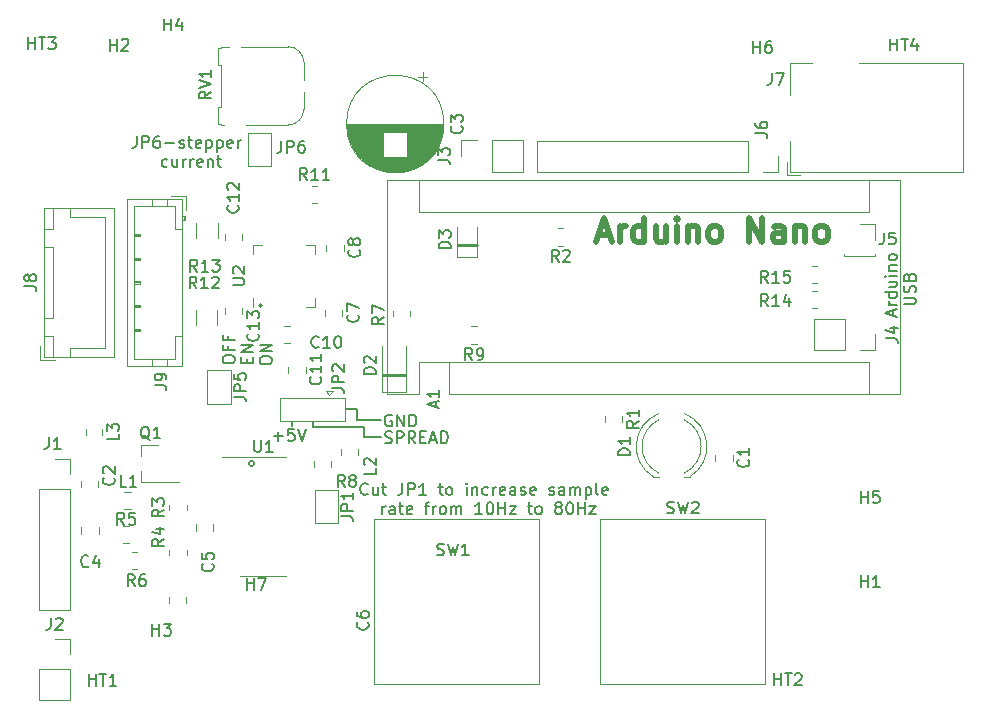
<source format=gbr>
%TF.GenerationSoftware,KiCad,Pcbnew,(5.99.0-9519-ga70106a3bd)*%
%TF.CreationDate,2021-04-17T12:18:36-04:00*%
%TF.ProjectId,Main-PCB,4d61696e-2d50-4434-922e-6b696361645f,rev?*%
%TF.SameCoordinates,Original*%
%TF.FileFunction,Legend,Top*%
%TF.FilePolarity,Positive*%
%FSLAX46Y46*%
G04 Gerber Fmt 4.6, Leading zero omitted, Abs format (unit mm)*
G04 Created by KiCad (PCBNEW (5.99.0-9519-ga70106a3bd)) date 2021-04-17 12:18:36*
%MOMM*%
%LPD*%
G01*
G04 APERTURE LIST*
%ADD10C,0.150000*%
%ADD11C,0.250000*%
%ADD12C,0.500000*%
%ADD13C,0.120000*%
G04 APERTURE END LIST*
D10*
X23100000Y-33100000D02*
X23100000Y-32700000D01*
X20516015Y-22890000D02*
G75*
G03*
X20516015Y-22890000I-136015J0D01*
G01*
D11*
X37100000Y-17750000D02*
X38690000Y-17750000D01*
D10*
X27625000Y-31650000D02*
X28550000Y-31650000D01*
X29200000Y-33200000D02*
X29200000Y-34000000D01*
X28550000Y-31650000D02*
X28550000Y-32600000D01*
X24820000Y-33200000D02*
X29200000Y-33200000D01*
X28550000Y-32600000D02*
X30600000Y-32600000D01*
X24820000Y-32662500D02*
X24820000Y-33200000D01*
X29200000Y-34000000D02*
X30600000Y-34000000D01*
X19852036Y-36280000D02*
G75*
G03*
X19852036Y-36280000I-222036J0D01*
G01*
D11*
X30740000Y-28790000D02*
X32620000Y-28790000D01*
D10*
X29461904Y-38852142D02*
X29414285Y-38899761D01*
X29271428Y-38947380D01*
X29176190Y-38947380D01*
X29033333Y-38899761D01*
X28938095Y-38804523D01*
X28890476Y-38709285D01*
X28842857Y-38518809D01*
X28842857Y-38375952D01*
X28890476Y-38185476D01*
X28938095Y-38090238D01*
X29033333Y-37995000D01*
X29176190Y-37947380D01*
X29271428Y-37947380D01*
X29414285Y-37995000D01*
X29461904Y-38042619D01*
X30319047Y-38280714D02*
X30319047Y-38947380D01*
X29890476Y-38280714D02*
X29890476Y-38804523D01*
X29938095Y-38899761D01*
X30033333Y-38947380D01*
X30176190Y-38947380D01*
X30271428Y-38899761D01*
X30319047Y-38852142D01*
X30652380Y-38280714D02*
X31033333Y-38280714D01*
X30795238Y-37947380D02*
X30795238Y-38804523D01*
X30842857Y-38899761D01*
X30938095Y-38947380D01*
X31033333Y-38947380D01*
X32414285Y-37947380D02*
X32414285Y-38661666D01*
X32366666Y-38804523D01*
X32271428Y-38899761D01*
X32128571Y-38947380D01*
X32033333Y-38947380D01*
X32890476Y-38947380D02*
X32890476Y-37947380D01*
X33271428Y-37947380D01*
X33366666Y-37995000D01*
X33414285Y-38042619D01*
X33461904Y-38137857D01*
X33461904Y-38280714D01*
X33414285Y-38375952D01*
X33366666Y-38423571D01*
X33271428Y-38471190D01*
X32890476Y-38471190D01*
X34414285Y-38947380D02*
X33842857Y-38947380D01*
X34128571Y-38947380D02*
X34128571Y-37947380D01*
X34033333Y-38090238D01*
X33938095Y-38185476D01*
X33842857Y-38233095D01*
X35461904Y-38280714D02*
X35842857Y-38280714D01*
X35604761Y-37947380D02*
X35604761Y-38804523D01*
X35652380Y-38899761D01*
X35747619Y-38947380D01*
X35842857Y-38947380D01*
X36319047Y-38947380D02*
X36223809Y-38899761D01*
X36176190Y-38852142D01*
X36128571Y-38756904D01*
X36128571Y-38471190D01*
X36176190Y-38375952D01*
X36223809Y-38328333D01*
X36319047Y-38280714D01*
X36461904Y-38280714D01*
X36557142Y-38328333D01*
X36604761Y-38375952D01*
X36652380Y-38471190D01*
X36652380Y-38756904D01*
X36604761Y-38852142D01*
X36557142Y-38899761D01*
X36461904Y-38947380D01*
X36319047Y-38947380D01*
X37842857Y-38947380D02*
X37842857Y-38280714D01*
X37842857Y-37947380D02*
X37795238Y-37995000D01*
X37842857Y-38042619D01*
X37890476Y-37995000D01*
X37842857Y-37947380D01*
X37842857Y-38042619D01*
X38319047Y-38280714D02*
X38319047Y-38947380D01*
X38319047Y-38375952D02*
X38366666Y-38328333D01*
X38461904Y-38280714D01*
X38604761Y-38280714D01*
X38699999Y-38328333D01*
X38747619Y-38423571D01*
X38747619Y-38947380D01*
X39652380Y-38899761D02*
X39557142Y-38947380D01*
X39366666Y-38947380D01*
X39271428Y-38899761D01*
X39223809Y-38852142D01*
X39176190Y-38756904D01*
X39176190Y-38471190D01*
X39223809Y-38375952D01*
X39271428Y-38328333D01*
X39366666Y-38280714D01*
X39557142Y-38280714D01*
X39652380Y-38328333D01*
X40080952Y-38947380D02*
X40080952Y-38280714D01*
X40080952Y-38471190D02*
X40128571Y-38375952D01*
X40176190Y-38328333D01*
X40271428Y-38280714D01*
X40366666Y-38280714D01*
X41080952Y-38899761D02*
X40985714Y-38947380D01*
X40795238Y-38947380D01*
X40699999Y-38899761D01*
X40652380Y-38804523D01*
X40652380Y-38423571D01*
X40699999Y-38328333D01*
X40795238Y-38280714D01*
X40985714Y-38280714D01*
X41080952Y-38328333D01*
X41128571Y-38423571D01*
X41128571Y-38518809D01*
X40652380Y-38614047D01*
X41985714Y-38947380D02*
X41985714Y-38423571D01*
X41938095Y-38328333D01*
X41842857Y-38280714D01*
X41652380Y-38280714D01*
X41557142Y-38328333D01*
X41985714Y-38899761D02*
X41890476Y-38947380D01*
X41652380Y-38947380D01*
X41557142Y-38899761D01*
X41509523Y-38804523D01*
X41509523Y-38709285D01*
X41557142Y-38614047D01*
X41652380Y-38566428D01*
X41890476Y-38566428D01*
X41985714Y-38518809D01*
X42414285Y-38899761D02*
X42509523Y-38947380D01*
X42699999Y-38947380D01*
X42795238Y-38899761D01*
X42842857Y-38804523D01*
X42842857Y-38756904D01*
X42795238Y-38661666D01*
X42699999Y-38614047D01*
X42557142Y-38614047D01*
X42461904Y-38566428D01*
X42414285Y-38471190D01*
X42414285Y-38423571D01*
X42461904Y-38328333D01*
X42557142Y-38280714D01*
X42699999Y-38280714D01*
X42795238Y-38328333D01*
X43652380Y-38899761D02*
X43557142Y-38947380D01*
X43366666Y-38947380D01*
X43271428Y-38899761D01*
X43223809Y-38804523D01*
X43223809Y-38423571D01*
X43271428Y-38328333D01*
X43366666Y-38280714D01*
X43557142Y-38280714D01*
X43652380Y-38328333D01*
X43699999Y-38423571D01*
X43699999Y-38518809D01*
X43223809Y-38614047D01*
X44842857Y-38899761D02*
X44938095Y-38947380D01*
X45128571Y-38947380D01*
X45223809Y-38899761D01*
X45271428Y-38804523D01*
X45271428Y-38756904D01*
X45223809Y-38661666D01*
X45128571Y-38614047D01*
X44985714Y-38614047D01*
X44890476Y-38566428D01*
X44842857Y-38471190D01*
X44842857Y-38423571D01*
X44890476Y-38328333D01*
X44985714Y-38280714D01*
X45128571Y-38280714D01*
X45223809Y-38328333D01*
X46128571Y-38947380D02*
X46128571Y-38423571D01*
X46080952Y-38328333D01*
X45985714Y-38280714D01*
X45795238Y-38280714D01*
X45699999Y-38328333D01*
X46128571Y-38899761D02*
X46033333Y-38947380D01*
X45795238Y-38947380D01*
X45699999Y-38899761D01*
X45652380Y-38804523D01*
X45652380Y-38709285D01*
X45699999Y-38614047D01*
X45795238Y-38566428D01*
X46033333Y-38566428D01*
X46128571Y-38518809D01*
X46604761Y-38947380D02*
X46604761Y-38280714D01*
X46604761Y-38375952D02*
X46652380Y-38328333D01*
X46747619Y-38280714D01*
X46890476Y-38280714D01*
X46985714Y-38328333D01*
X47033333Y-38423571D01*
X47033333Y-38947380D01*
X47033333Y-38423571D02*
X47080952Y-38328333D01*
X47176190Y-38280714D01*
X47319047Y-38280714D01*
X47414285Y-38328333D01*
X47461904Y-38423571D01*
X47461904Y-38947380D01*
X47938095Y-38280714D02*
X47938095Y-39280714D01*
X47938095Y-38328333D02*
X48033333Y-38280714D01*
X48223809Y-38280714D01*
X48319047Y-38328333D01*
X48366666Y-38375952D01*
X48414285Y-38471190D01*
X48414285Y-38756904D01*
X48366666Y-38852142D01*
X48319047Y-38899761D01*
X48223809Y-38947380D01*
X48033333Y-38947380D01*
X47938095Y-38899761D01*
X48985714Y-38947380D02*
X48890476Y-38899761D01*
X48842857Y-38804523D01*
X48842857Y-37947380D01*
X49747619Y-38899761D02*
X49652380Y-38947380D01*
X49461904Y-38947380D01*
X49366666Y-38899761D01*
X49319047Y-38804523D01*
X49319047Y-38423571D01*
X49366666Y-38328333D01*
X49461904Y-38280714D01*
X49652380Y-38280714D01*
X49747619Y-38328333D01*
X49795238Y-38423571D01*
X49795238Y-38518809D01*
X49319047Y-38614047D01*
X30723809Y-40557380D02*
X30723809Y-39890714D01*
X30723809Y-40081190D02*
X30771428Y-39985952D01*
X30819047Y-39938333D01*
X30914285Y-39890714D01*
X31009523Y-39890714D01*
X31771428Y-40557380D02*
X31771428Y-40033571D01*
X31723809Y-39938333D01*
X31628571Y-39890714D01*
X31438095Y-39890714D01*
X31342857Y-39938333D01*
X31771428Y-40509761D02*
X31676190Y-40557380D01*
X31438095Y-40557380D01*
X31342857Y-40509761D01*
X31295238Y-40414523D01*
X31295238Y-40319285D01*
X31342857Y-40224047D01*
X31438095Y-40176428D01*
X31676190Y-40176428D01*
X31771428Y-40128809D01*
X32104761Y-39890714D02*
X32485714Y-39890714D01*
X32247619Y-39557380D02*
X32247619Y-40414523D01*
X32295238Y-40509761D01*
X32390476Y-40557380D01*
X32485714Y-40557380D01*
X33199999Y-40509761D02*
X33104761Y-40557380D01*
X32914285Y-40557380D01*
X32819047Y-40509761D01*
X32771428Y-40414523D01*
X32771428Y-40033571D01*
X32819047Y-39938333D01*
X32914285Y-39890714D01*
X33104761Y-39890714D01*
X33199999Y-39938333D01*
X33247619Y-40033571D01*
X33247619Y-40128809D01*
X32771428Y-40224047D01*
X34295238Y-39890714D02*
X34676190Y-39890714D01*
X34438095Y-40557380D02*
X34438095Y-39700238D01*
X34485714Y-39605000D01*
X34580952Y-39557380D01*
X34676190Y-39557380D01*
X35009523Y-40557380D02*
X35009523Y-39890714D01*
X35009523Y-40081190D02*
X35057142Y-39985952D01*
X35104761Y-39938333D01*
X35200000Y-39890714D01*
X35295238Y-39890714D01*
X35771428Y-40557380D02*
X35676190Y-40509761D01*
X35628571Y-40462142D01*
X35580952Y-40366904D01*
X35580952Y-40081190D01*
X35628571Y-39985952D01*
X35676190Y-39938333D01*
X35771428Y-39890714D01*
X35914285Y-39890714D01*
X36009523Y-39938333D01*
X36057142Y-39985952D01*
X36104761Y-40081190D01*
X36104761Y-40366904D01*
X36057142Y-40462142D01*
X36009523Y-40509761D01*
X35914285Y-40557380D01*
X35771428Y-40557380D01*
X36533333Y-40557380D02*
X36533333Y-39890714D01*
X36533333Y-39985952D02*
X36580952Y-39938333D01*
X36676190Y-39890714D01*
X36819047Y-39890714D01*
X36914285Y-39938333D01*
X36961904Y-40033571D01*
X36961904Y-40557380D01*
X36961904Y-40033571D02*
X37009523Y-39938333D01*
X37104761Y-39890714D01*
X37247619Y-39890714D01*
X37342857Y-39938333D01*
X37390476Y-40033571D01*
X37390476Y-40557380D01*
X39152380Y-40557380D02*
X38580952Y-40557380D01*
X38866666Y-40557380D02*
X38866666Y-39557380D01*
X38771428Y-39700238D01*
X38676190Y-39795476D01*
X38580952Y-39843095D01*
X39771428Y-39557380D02*
X39866666Y-39557380D01*
X39961904Y-39605000D01*
X40009523Y-39652619D01*
X40057142Y-39747857D01*
X40104761Y-39938333D01*
X40104761Y-40176428D01*
X40057142Y-40366904D01*
X40009523Y-40462142D01*
X39961904Y-40509761D01*
X39866666Y-40557380D01*
X39771428Y-40557380D01*
X39676190Y-40509761D01*
X39628571Y-40462142D01*
X39580952Y-40366904D01*
X39533333Y-40176428D01*
X39533333Y-39938333D01*
X39580952Y-39747857D01*
X39628571Y-39652619D01*
X39676190Y-39605000D01*
X39771428Y-39557380D01*
X40533333Y-40557380D02*
X40533333Y-39557380D01*
X40533333Y-40033571D02*
X41104761Y-40033571D01*
X41104761Y-40557380D02*
X41104761Y-39557380D01*
X41485714Y-39890714D02*
X42009523Y-39890714D01*
X41485714Y-40557380D01*
X42009523Y-40557380D01*
X43009523Y-39890714D02*
X43390476Y-39890714D01*
X43152380Y-39557380D02*
X43152380Y-40414523D01*
X43199999Y-40509761D01*
X43295238Y-40557380D01*
X43390476Y-40557380D01*
X43866666Y-40557380D02*
X43771428Y-40509761D01*
X43723809Y-40462142D01*
X43676190Y-40366904D01*
X43676190Y-40081190D01*
X43723809Y-39985952D01*
X43771428Y-39938333D01*
X43866666Y-39890714D01*
X44009523Y-39890714D01*
X44104761Y-39938333D01*
X44152380Y-39985952D01*
X44199999Y-40081190D01*
X44199999Y-40366904D01*
X44152380Y-40462142D01*
X44104761Y-40509761D01*
X44009523Y-40557380D01*
X43866666Y-40557380D01*
X45533333Y-39985952D02*
X45438095Y-39938333D01*
X45390476Y-39890714D01*
X45342857Y-39795476D01*
X45342857Y-39747857D01*
X45390476Y-39652619D01*
X45438095Y-39605000D01*
X45533333Y-39557380D01*
X45723809Y-39557380D01*
X45819047Y-39605000D01*
X45866666Y-39652619D01*
X45914285Y-39747857D01*
X45914285Y-39795476D01*
X45866666Y-39890714D01*
X45819047Y-39938333D01*
X45723809Y-39985952D01*
X45533333Y-39985952D01*
X45438095Y-40033571D01*
X45390476Y-40081190D01*
X45342857Y-40176428D01*
X45342857Y-40366904D01*
X45390476Y-40462142D01*
X45438095Y-40509761D01*
X45533333Y-40557380D01*
X45723809Y-40557380D01*
X45819047Y-40509761D01*
X45866666Y-40462142D01*
X45914285Y-40366904D01*
X45914285Y-40176428D01*
X45866666Y-40081190D01*
X45819047Y-40033571D01*
X45723809Y-39985952D01*
X46533333Y-39557380D02*
X46628571Y-39557380D01*
X46723809Y-39605000D01*
X46771428Y-39652619D01*
X46819047Y-39747857D01*
X46866666Y-39938333D01*
X46866666Y-40176428D01*
X46819047Y-40366904D01*
X46771428Y-40462142D01*
X46723809Y-40509761D01*
X46628571Y-40557380D01*
X46533333Y-40557380D01*
X46438095Y-40509761D01*
X46390476Y-40462142D01*
X46342857Y-40366904D01*
X46295238Y-40176428D01*
X46295238Y-39938333D01*
X46342857Y-39747857D01*
X46390476Y-39652619D01*
X46438095Y-39605000D01*
X46533333Y-39557380D01*
X47295238Y-40557380D02*
X47295238Y-39557380D01*
X47295238Y-40033571D02*
X47866666Y-40033571D01*
X47866666Y-40557380D02*
X47866666Y-39557380D01*
X48247619Y-39890714D02*
X48771428Y-39890714D01*
X48247619Y-40557380D01*
X48771428Y-40557380D01*
X9904761Y-8547380D02*
X9904761Y-9261666D01*
X9857142Y-9404523D01*
X9761904Y-9499761D01*
X9619047Y-9547380D01*
X9523809Y-9547380D01*
X10380952Y-9547380D02*
X10380952Y-8547380D01*
X10761904Y-8547380D01*
X10857142Y-8595000D01*
X10904761Y-8642619D01*
X10952380Y-8737857D01*
X10952380Y-8880714D01*
X10904761Y-8975952D01*
X10857142Y-9023571D01*
X10761904Y-9071190D01*
X10380952Y-9071190D01*
X11809523Y-8547380D02*
X11619047Y-8547380D01*
X11523809Y-8595000D01*
X11476190Y-8642619D01*
X11380952Y-8785476D01*
X11333333Y-8975952D01*
X11333333Y-9356904D01*
X11380952Y-9452142D01*
X11428571Y-9499761D01*
X11523809Y-9547380D01*
X11714285Y-9547380D01*
X11809523Y-9499761D01*
X11857142Y-9452142D01*
X11904761Y-9356904D01*
X11904761Y-9118809D01*
X11857142Y-9023571D01*
X11809523Y-8975952D01*
X11714285Y-8928333D01*
X11523809Y-8928333D01*
X11428571Y-8975952D01*
X11380952Y-9023571D01*
X11333333Y-9118809D01*
X12333333Y-9166428D02*
X13095238Y-9166428D01*
X13523809Y-9499761D02*
X13619047Y-9547380D01*
X13809523Y-9547380D01*
X13904761Y-9499761D01*
X13952380Y-9404523D01*
X13952380Y-9356904D01*
X13904761Y-9261666D01*
X13809523Y-9214047D01*
X13666666Y-9214047D01*
X13571428Y-9166428D01*
X13523809Y-9071190D01*
X13523809Y-9023571D01*
X13571428Y-8928333D01*
X13666666Y-8880714D01*
X13809523Y-8880714D01*
X13904761Y-8928333D01*
X14238095Y-8880714D02*
X14619047Y-8880714D01*
X14380952Y-8547380D02*
X14380952Y-9404523D01*
X14428571Y-9499761D01*
X14523809Y-9547380D01*
X14619047Y-9547380D01*
X15333333Y-9499761D02*
X15238095Y-9547380D01*
X15047619Y-9547380D01*
X14952380Y-9499761D01*
X14904761Y-9404523D01*
X14904761Y-9023571D01*
X14952380Y-8928333D01*
X15047619Y-8880714D01*
X15238095Y-8880714D01*
X15333333Y-8928333D01*
X15380952Y-9023571D01*
X15380952Y-9118809D01*
X14904761Y-9214047D01*
X15809523Y-8880714D02*
X15809523Y-9880714D01*
X15809523Y-8928333D02*
X15904761Y-8880714D01*
X16095238Y-8880714D01*
X16190476Y-8928333D01*
X16238095Y-8975952D01*
X16285714Y-9071190D01*
X16285714Y-9356904D01*
X16238095Y-9452142D01*
X16190476Y-9499761D01*
X16095238Y-9547380D01*
X15904761Y-9547380D01*
X15809523Y-9499761D01*
X16714285Y-8880714D02*
X16714285Y-9880714D01*
X16714285Y-8928333D02*
X16809523Y-8880714D01*
X17000000Y-8880714D01*
X17095238Y-8928333D01*
X17142857Y-8975952D01*
X17190476Y-9071190D01*
X17190476Y-9356904D01*
X17142857Y-9452142D01*
X17095238Y-9499761D01*
X17000000Y-9547380D01*
X16809523Y-9547380D01*
X16714285Y-9499761D01*
X18000000Y-9499761D02*
X17904761Y-9547380D01*
X17714285Y-9547380D01*
X17619047Y-9499761D01*
X17571428Y-9404523D01*
X17571428Y-9023571D01*
X17619047Y-8928333D01*
X17714285Y-8880714D01*
X17904761Y-8880714D01*
X18000000Y-8928333D01*
X18047619Y-9023571D01*
X18047619Y-9118809D01*
X17571428Y-9214047D01*
X18476190Y-9547380D02*
X18476190Y-8880714D01*
X18476190Y-9071190D02*
X18523809Y-8975952D01*
X18571428Y-8928333D01*
X18666666Y-8880714D01*
X18761904Y-8880714D01*
X12500000Y-11109761D02*
X12404761Y-11157380D01*
X12214285Y-11157380D01*
X12119047Y-11109761D01*
X12071428Y-11062142D01*
X12023809Y-10966904D01*
X12023809Y-10681190D01*
X12071428Y-10585952D01*
X12119047Y-10538333D01*
X12214285Y-10490714D01*
X12404761Y-10490714D01*
X12500000Y-10538333D01*
X13357142Y-10490714D02*
X13357142Y-11157380D01*
X12928571Y-10490714D02*
X12928571Y-11014523D01*
X12976190Y-11109761D01*
X13071428Y-11157380D01*
X13214285Y-11157380D01*
X13309523Y-11109761D01*
X13357142Y-11062142D01*
X13833333Y-11157380D02*
X13833333Y-10490714D01*
X13833333Y-10681190D02*
X13880952Y-10585952D01*
X13928571Y-10538333D01*
X14023809Y-10490714D01*
X14119047Y-10490714D01*
X14452380Y-11157380D02*
X14452380Y-10490714D01*
X14452380Y-10681190D02*
X14500000Y-10585952D01*
X14547619Y-10538333D01*
X14642857Y-10490714D01*
X14738095Y-10490714D01*
X15452380Y-11109761D02*
X15357142Y-11157380D01*
X15166666Y-11157380D01*
X15071428Y-11109761D01*
X15023809Y-11014523D01*
X15023809Y-10633571D01*
X15071428Y-10538333D01*
X15166666Y-10490714D01*
X15357142Y-10490714D01*
X15452380Y-10538333D01*
X15500000Y-10633571D01*
X15500000Y-10728809D01*
X15023809Y-10824047D01*
X15928571Y-10490714D02*
X15928571Y-11157380D01*
X15928571Y-10585952D02*
X15976190Y-10538333D01*
X16071428Y-10490714D01*
X16214285Y-10490714D01*
X16309523Y-10538333D01*
X16357142Y-10633571D01*
X16357142Y-11157380D01*
X16690476Y-10490714D02*
X17071428Y-10490714D01*
X16833333Y-10157380D02*
X16833333Y-11014523D01*
X16880952Y-11109761D01*
X16976190Y-11157380D01*
X17071428Y-11157380D01*
X31488095Y-32175000D02*
X31392857Y-32127380D01*
X31250000Y-32127380D01*
X31107142Y-32175000D01*
X31011904Y-32270238D01*
X30964285Y-32365476D01*
X30916666Y-32555952D01*
X30916666Y-32698809D01*
X30964285Y-32889285D01*
X31011904Y-32984523D01*
X31107142Y-33079761D01*
X31250000Y-33127380D01*
X31345238Y-33127380D01*
X31488095Y-33079761D01*
X31535714Y-33032142D01*
X31535714Y-32698809D01*
X31345238Y-32698809D01*
X31964285Y-33127380D02*
X31964285Y-32127380D01*
X32535714Y-33127380D01*
X32535714Y-32127380D01*
X33011904Y-33127380D02*
X33011904Y-32127380D01*
X33250000Y-32127380D01*
X33392857Y-32175000D01*
X33488095Y-32270238D01*
X33535714Y-32365476D01*
X33583333Y-32555952D01*
X33583333Y-32698809D01*
X33535714Y-32889285D01*
X33488095Y-32984523D01*
X33392857Y-33079761D01*
X33250000Y-33127380D01*
X33011904Y-33127380D01*
X17202380Y-27552380D02*
X17202380Y-27361904D01*
X17250000Y-27266666D01*
X17345238Y-27171428D01*
X17535714Y-27123809D01*
X17869047Y-27123809D01*
X18059523Y-27171428D01*
X18154761Y-27266666D01*
X18202380Y-27361904D01*
X18202380Y-27552380D01*
X18154761Y-27647619D01*
X18059523Y-27742857D01*
X17869047Y-27790476D01*
X17535714Y-27790476D01*
X17345238Y-27742857D01*
X17250000Y-27647619D01*
X17202380Y-27552380D01*
X17678571Y-26361904D02*
X17678571Y-26695238D01*
X18202380Y-26695238D02*
X17202380Y-26695238D01*
X17202380Y-26219047D01*
X17678571Y-25504761D02*
X17678571Y-25838095D01*
X18202380Y-25838095D02*
X17202380Y-25838095D01*
X17202380Y-25361904D01*
X21514285Y-33971428D02*
X22276190Y-33971428D01*
X21895238Y-34352380D02*
X21895238Y-33590476D01*
X23228571Y-33352380D02*
X22752380Y-33352380D01*
X22704761Y-33828571D01*
X22752380Y-33780952D01*
X22847619Y-33733333D01*
X23085714Y-33733333D01*
X23180952Y-33780952D01*
X23228571Y-33828571D01*
X23276190Y-33923809D01*
X23276190Y-34161904D01*
X23228571Y-34257142D01*
X23180952Y-34304761D01*
X23085714Y-34352380D01*
X22847619Y-34352380D01*
X22752380Y-34304761D01*
X22704761Y-34257142D01*
X23561904Y-33352380D02*
X23895238Y-34352380D01*
X24228571Y-33352380D01*
D12*
X48985714Y-16933333D02*
X49938095Y-16933333D01*
X48795238Y-17504761D02*
X49461904Y-15504761D01*
X50128571Y-17504761D01*
X50795238Y-17504761D02*
X50795238Y-16171428D01*
X50795238Y-16552380D02*
X50890476Y-16361904D01*
X50985714Y-16266666D01*
X51176190Y-16171428D01*
X51366666Y-16171428D01*
X52890476Y-17504761D02*
X52890476Y-15504761D01*
X52890476Y-17409523D02*
X52700000Y-17504761D01*
X52319047Y-17504761D01*
X52128571Y-17409523D01*
X52033333Y-17314285D01*
X51938095Y-17123809D01*
X51938095Y-16552380D01*
X52033333Y-16361904D01*
X52128571Y-16266666D01*
X52319047Y-16171428D01*
X52700000Y-16171428D01*
X52890476Y-16266666D01*
X54700000Y-16171428D02*
X54700000Y-17504761D01*
X53842857Y-16171428D02*
X53842857Y-17219047D01*
X53938095Y-17409523D01*
X54128571Y-17504761D01*
X54414285Y-17504761D01*
X54604761Y-17409523D01*
X54700000Y-17314285D01*
X55652380Y-17504761D02*
X55652380Y-16171428D01*
X55652380Y-15504761D02*
X55557142Y-15600000D01*
X55652380Y-15695238D01*
X55747619Y-15600000D01*
X55652380Y-15504761D01*
X55652380Y-15695238D01*
X56604761Y-16171428D02*
X56604761Y-17504761D01*
X56604761Y-16361904D02*
X56700000Y-16266666D01*
X56890476Y-16171428D01*
X57176190Y-16171428D01*
X57366666Y-16266666D01*
X57461904Y-16457142D01*
X57461904Y-17504761D01*
X58700000Y-17504761D02*
X58509523Y-17409523D01*
X58414285Y-17314285D01*
X58319047Y-17123809D01*
X58319047Y-16552380D01*
X58414285Y-16361904D01*
X58509523Y-16266666D01*
X58700000Y-16171428D01*
X58985714Y-16171428D01*
X59176190Y-16266666D01*
X59271428Y-16361904D01*
X59366666Y-16552380D01*
X59366666Y-17123809D01*
X59271428Y-17314285D01*
X59176190Y-17409523D01*
X58985714Y-17504761D01*
X58700000Y-17504761D01*
X61747619Y-17504761D02*
X61747619Y-15504761D01*
X62890476Y-17504761D01*
X62890476Y-15504761D01*
X64700000Y-17504761D02*
X64700000Y-16457142D01*
X64604761Y-16266666D01*
X64414285Y-16171428D01*
X64033333Y-16171428D01*
X63842857Y-16266666D01*
X64700000Y-17409523D02*
X64509523Y-17504761D01*
X64033333Y-17504761D01*
X63842857Y-17409523D01*
X63747619Y-17219047D01*
X63747619Y-17028571D01*
X63842857Y-16838095D01*
X64033333Y-16742857D01*
X64509523Y-16742857D01*
X64700000Y-16647619D01*
X65652380Y-16171428D02*
X65652380Y-17504761D01*
X65652380Y-16361904D02*
X65747619Y-16266666D01*
X65938095Y-16171428D01*
X66223809Y-16171428D01*
X66414285Y-16266666D01*
X66509523Y-16457142D01*
X66509523Y-17504761D01*
X67747619Y-17504761D02*
X67557142Y-17409523D01*
X67461904Y-17314285D01*
X67366666Y-17123809D01*
X67366666Y-16552380D01*
X67461904Y-16361904D01*
X67557142Y-16266666D01*
X67747619Y-16171428D01*
X68033333Y-16171428D01*
X68223809Y-16266666D01*
X68319047Y-16361904D01*
X68414285Y-16552380D01*
X68414285Y-17123809D01*
X68319047Y-17314285D01*
X68223809Y-17409523D01*
X68033333Y-17504761D01*
X67747619Y-17504761D01*
D10*
X20332380Y-27639047D02*
X20332380Y-27448571D01*
X20380000Y-27353333D01*
X20475238Y-27258095D01*
X20665714Y-27210476D01*
X20999047Y-27210476D01*
X21189523Y-27258095D01*
X21284761Y-27353333D01*
X21332380Y-27448571D01*
X21332380Y-27639047D01*
X21284761Y-27734285D01*
X21189523Y-27829523D01*
X20999047Y-27877142D01*
X20665714Y-27877142D01*
X20475238Y-27829523D01*
X20380000Y-27734285D01*
X20332380Y-27639047D01*
X21332380Y-26781904D02*
X20332380Y-26781904D01*
X21332380Y-26210476D01*
X20332380Y-26210476D01*
X30933333Y-34504761D02*
X31076190Y-34552380D01*
X31314285Y-34552380D01*
X31409523Y-34504761D01*
X31457142Y-34457142D01*
X31504761Y-34361904D01*
X31504761Y-34266666D01*
X31457142Y-34171428D01*
X31409523Y-34123809D01*
X31314285Y-34076190D01*
X31123809Y-34028571D01*
X31028571Y-33980952D01*
X30980952Y-33933333D01*
X30933333Y-33838095D01*
X30933333Y-33742857D01*
X30980952Y-33647619D01*
X31028571Y-33600000D01*
X31123809Y-33552380D01*
X31361904Y-33552380D01*
X31504761Y-33600000D01*
X31933333Y-34552380D02*
X31933333Y-33552380D01*
X32314285Y-33552380D01*
X32409523Y-33600000D01*
X32457142Y-33647619D01*
X32504761Y-33742857D01*
X32504761Y-33885714D01*
X32457142Y-33980952D01*
X32409523Y-34028571D01*
X32314285Y-34076190D01*
X31933333Y-34076190D01*
X33504761Y-34552380D02*
X33171428Y-34076190D01*
X32933333Y-34552380D02*
X32933333Y-33552380D01*
X33314285Y-33552380D01*
X33409523Y-33600000D01*
X33457142Y-33647619D01*
X33504761Y-33742857D01*
X33504761Y-33885714D01*
X33457142Y-33980952D01*
X33409523Y-34028571D01*
X33314285Y-34076190D01*
X32933333Y-34076190D01*
X33933333Y-34028571D02*
X34266666Y-34028571D01*
X34409523Y-34552380D02*
X33933333Y-34552380D01*
X33933333Y-33552380D01*
X34409523Y-33552380D01*
X34790476Y-34266666D02*
X35266666Y-34266666D01*
X34695238Y-34552380D02*
X35028571Y-33552380D01*
X35361904Y-34552380D01*
X35695238Y-34552380D02*
X35695238Y-33552380D01*
X35933333Y-33552380D01*
X36076190Y-33600000D01*
X36171428Y-33695238D01*
X36219047Y-33790476D01*
X36266666Y-33980952D01*
X36266666Y-34123809D01*
X36219047Y-34314285D01*
X36171428Y-34409523D01*
X36076190Y-34504761D01*
X35933333Y-34552380D01*
X35695238Y-34552380D01*
X73961666Y-23745238D02*
X73961666Y-23269047D01*
X74247380Y-23840476D02*
X73247380Y-23507142D01*
X74247380Y-23173809D01*
X74247380Y-22840476D02*
X73580714Y-22840476D01*
X73771190Y-22840476D02*
X73675952Y-22792857D01*
X73628333Y-22745238D01*
X73580714Y-22650000D01*
X73580714Y-22554761D01*
X74247380Y-21792857D02*
X73247380Y-21792857D01*
X74199761Y-21792857D02*
X74247380Y-21888095D01*
X74247380Y-22078571D01*
X74199761Y-22173809D01*
X74152142Y-22221428D01*
X74056904Y-22269047D01*
X73771190Y-22269047D01*
X73675952Y-22221428D01*
X73628333Y-22173809D01*
X73580714Y-22078571D01*
X73580714Y-21888095D01*
X73628333Y-21792857D01*
X73580714Y-20888095D02*
X74247380Y-20888095D01*
X73580714Y-21316666D02*
X74104523Y-21316666D01*
X74199761Y-21269047D01*
X74247380Y-21173809D01*
X74247380Y-21030952D01*
X74199761Y-20935714D01*
X74152142Y-20888095D01*
X74247380Y-20411904D02*
X73580714Y-20411904D01*
X73247380Y-20411904D02*
X73295000Y-20459523D01*
X73342619Y-20411904D01*
X73295000Y-20364285D01*
X73247380Y-20411904D01*
X73342619Y-20411904D01*
X73580714Y-19935714D02*
X74247380Y-19935714D01*
X73675952Y-19935714D02*
X73628333Y-19888095D01*
X73580714Y-19792857D01*
X73580714Y-19650000D01*
X73628333Y-19554761D01*
X73723571Y-19507142D01*
X74247380Y-19507142D01*
X74247380Y-18888095D02*
X74199761Y-18983333D01*
X74152142Y-19030952D01*
X74056904Y-19078571D01*
X73771190Y-19078571D01*
X73675952Y-19030952D01*
X73628333Y-18983333D01*
X73580714Y-18888095D01*
X73580714Y-18745238D01*
X73628333Y-18650000D01*
X73675952Y-18602380D01*
X73771190Y-18554761D01*
X74056904Y-18554761D01*
X74152142Y-18602380D01*
X74199761Y-18650000D01*
X74247380Y-18745238D01*
X74247380Y-18888095D01*
X74857380Y-22792857D02*
X75666904Y-22792857D01*
X75762142Y-22745238D01*
X75809761Y-22697619D01*
X75857380Y-22602380D01*
X75857380Y-22411904D01*
X75809761Y-22316666D01*
X75762142Y-22269047D01*
X75666904Y-22221428D01*
X74857380Y-22221428D01*
X75809761Y-21792857D02*
X75857380Y-21650000D01*
X75857380Y-21411904D01*
X75809761Y-21316666D01*
X75762142Y-21269047D01*
X75666904Y-21221428D01*
X75571666Y-21221428D01*
X75476428Y-21269047D01*
X75428809Y-21316666D01*
X75381190Y-21411904D01*
X75333571Y-21602380D01*
X75285952Y-21697619D01*
X75238333Y-21745238D01*
X75143095Y-21792857D01*
X75047857Y-21792857D01*
X74952619Y-21745238D01*
X74905000Y-21697619D01*
X74857380Y-21602380D01*
X74857380Y-21364285D01*
X74905000Y-21221428D01*
X75333571Y-20459523D02*
X75381190Y-20316666D01*
X75428809Y-20269047D01*
X75524047Y-20221428D01*
X75666904Y-20221428D01*
X75762142Y-20269047D01*
X75809761Y-20316666D01*
X75857380Y-20411904D01*
X75857380Y-20792857D01*
X74857380Y-20792857D01*
X74857380Y-20459523D01*
X74905000Y-20364285D01*
X74952619Y-20316666D01*
X75047857Y-20269047D01*
X75143095Y-20269047D01*
X75238333Y-20316666D01*
X75285952Y-20364285D01*
X75333571Y-20459523D01*
X75333571Y-20792857D01*
X19218571Y-27738095D02*
X19218571Y-27404761D01*
X19742380Y-27261904D02*
X19742380Y-27738095D01*
X18742380Y-27738095D01*
X18742380Y-27261904D01*
X19742380Y-26833333D02*
X18742380Y-26833333D01*
X19742380Y-26261904D01*
X18742380Y-26261904D01*
%TO.C,C3*%
X37407142Y-7696666D02*
X37454761Y-7744285D01*
X37502380Y-7887142D01*
X37502380Y-7982380D01*
X37454761Y-8125238D01*
X37359523Y-8220476D01*
X37264285Y-8268095D01*
X37073809Y-8315714D01*
X36930952Y-8315714D01*
X36740476Y-8268095D01*
X36645238Y-8220476D01*
X36550000Y-8125238D01*
X36502380Y-7982380D01*
X36502380Y-7887142D01*
X36550000Y-7744285D01*
X36597619Y-7696666D01*
X36502380Y-7363333D02*
X36502380Y-6744285D01*
X36883333Y-7077619D01*
X36883333Y-6934761D01*
X36930952Y-6839523D01*
X36978571Y-6791904D01*
X37073809Y-6744285D01*
X37311904Y-6744285D01*
X37407142Y-6791904D01*
X37454761Y-6839523D01*
X37502380Y-6934761D01*
X37502380Y-7220476D01*
X37454761Y-7315714D01*
X37407142Y-7363333D01*
%TO.C,R14*%
X63357142Y-22952380D02*
X63023809Y-22476190D01*
X62785714Y-22952380D02*
X62785714Y-21952380D01*
X63166666Y-21952380D01*
X63261904Y-22000000D01*
X63309523Y-22047619D01*
X63357142Y-22142857D01*
X63357142Y-22285714D01*
X63309523Y-22380952D01*
X63261904Y-22428571D01*
X63166666Y-22476190D01*
X62785714Y-22476190D01*
X64309523Y-22952380D02*
X63738095Y-22952380D01*
X64023809Y-22952380D02*
X64023809Y-21952380D01*
X63928571Y-22095238D01*
X63833333Y-22190476D01*
X63738095Y-22238095D01*
X65166666Y-22285714D02*
X65166666Y-22952380D01*
X64928571Y-21904761D02*
X64690476Y-22619047D01*
X65309523Y-22619047D01*
%TO.C,RV1*%
X16202380Y-4795238D02*
X15726190Y-5128571D01*
X16202380Y-5366666D02*
X15202380Y-5366666D01*
X15202380Y-4985714D01*
X15250000Y-4890476D01*
X15297619Y-4842857D01*
X15392857Y-4795238D01*
X15535714Y-4795238D01*
X15630952Y-4842857D01*
X15678571Y-4890476D01*
X15726190Y-4985714D01*
X15726190Y-5366666D01*
X15202380Y-4509523D02*
X16202380Y-4176190D01*
X15202380Y-3842857D01*
X16202380Y-2985714D02*
X16202380Y-3557142D01*
X16202380Y-3271428D02*
X15202380Y-3271428D01*
X15345238Y-3366666D01*
X15440476Y-3461904D01*
X15488095Y-3557142D01*
%TO.C,HT3*%
X707142Y-1202380D02*
X707142Y-202380D01*
X707142Y-678571D02*
X1278571Y-678571D01*
X1278571Y-1202380D02*
X1278571Y-202380D01*
X1611904Y-202380D02*
X2183333Y-202380D01*
X1897619Y-1202380D02*
X1897619Y-202380D01*
X2421428Y-202380D02*
X3040476Y-202380D01*
X2707142Y-583333D01*
X2850000Y-583333D01*
X2945238Y-630952D01*
X2992857Y-678571D01*
X3040476Y-773809D01*
X3040476Y-1011904D01*
X2992857Y-1107142D01*
X2945238Y-1154761D01*
X2850000Y-1202380D01*
X2564285Y-1202380D01*
X2469047Y-1154761D01*
X2421428Y-1107142D01*
%TO.C,C13*%
X20167142Y-25272857D02*
X20214761Y-25320476D01*
X20262380Y-25463333D01*
X20262380Y-25558571D01*
X20214761Y-25701428D01*
X20119523Y-25796666D01*
X20024285Y-25844285D01*
X19833809Y-25891904D01*
X19690952Y-25891904D01*
X19500476Y-25844285D01*
X19405238Y-25796666D01*
X19310000Y-25701428D01*
X19262380Y-25558571D01*
X19262380Y-25463333D01*
X19310000Y-25320476D01*
X19357619Y-25272857D01*
X20262380Y-24320476D02*
X20262380Y-24891904D01*
X20262380Y-24606190D02*
X19262380Y-24606190D01*
X19405238Y-24701428D01*
X19500476Y-24796666D01*
X19548095Y-24891904D01*
X19262380Y-23987142D02*
X19262380Y-23368095D01*
X19643333Y-23701428D01*
X19643333Y-23558571D01*
X19690952Y-23463333D01*
X19738571Y-23415714D01*
X19833809Y-23368095D01*
X20071904Y-23368095D01*
X20167142Y-23415714D01*
X20214761Y-23463333D01*
X20262380Y-23558571D01*
X20262380Y-23844285D01*
X20214761Y-23939523D01*
X20167142Y-23987142D01*
%TO.C,R6*%
X9733333Y-46652380D02*
X9400000Y-46176190D01*
X9161904Y-46652380D02*
X9161904Y-45652380D01*
X9542857Y-45652380D01*
X9638095Y-45700000D01*
X9685714Y-45747619D01*
X9733333Y-45842857D01*
X9733333Y-45985714D01*
X9685714Y-46080952D01*
X9638095Y-46128571D01*
X9542857Y-46176190D01*
X9161904Y-46176190D01*
X10590476Y-45652380D02*
X10400000Y-45652380D01*
X10304761Y-45700000D01*
X10257142Y-45747619D01*
X10161904Y-45890476D01*
X10114285Y-46080952D01*
X10114285Y-46461904D01*
X10161904Y-46557142D01*
X10209523Y-46604761D01*
X10304761Y-46652380D01*
X10495238Y-46652380D01*
X10590476Y-46604761D01*
X10638095Y-46557142D01*
X10685714Y-46461904D01*
X10685714Y-46223809D01*
X10638095Y-46128571D01*
X10590476Y-46080952D01*
X10495238Y-46033333D01*
X10304761Y-46033333D01*
X10209523Y-46080952D01*
X10161904Y-46128571D01*
X10114285Y-46223809D01*
%TO.C,J6*%
X62302380Y-8333333D02*
X63016666Y-8333333D01*
X63159523Y-8380952D01*
X63254761Y-8476190D01*
X63302380Y-8619047D01*
X63302380Y-8714285D01*
X62302380Y-7428571D02*
X62302380Y-7619047D01*
X62350000Y-7714285D01*
X62397619Y-7761904D01*
X62540476Y-7857142D01*
X62730952Y-7904761D01*
X63111904Y-7904761D01*
X63207142Y-7857142D01*
X63254761Y-7809523D01*
X63302380Y-7714285D01*
X63302380Y-7523809D01*
X63254761Y-7428571D01*
X63207142Y-7380952D01*
X63111904Y-7333333D01*
X62873809Y-7333333D01*
X62778571Y-7380952D01*
X62730952Y-7428571D01*
X62683333Y-7523809D01*
X62683333Y-7714285D01*
X62730952Y-7809523D01*
X62778571Y-7857142D01*
X62873809Y-7904761D01*
%TO.C,J7*%
X63666666Y-3209880D02*
X63666666Y-3924166D01*
X63619047Y-4067023D01*
X63523809Y-4162261D01*
X63380952Y-4209880D01*
X63285714Y-4209880D01*
X64047619Y-3209880D02*
X64714285Y-3209880D01*
X64285714Y-4209880D01*
%TO.C,R7*%
X30827380Y-23891666D02*
X30351190Y-24225000D01*
X30827380Y-24463095D02*
X29827380Y-24463095D01*
X29827380Y-24082142D01*
X29875000Y-23986904D01*
X29922619Y-23939285D01*
X30017857Y-23891666D01*
X30160714Y-23891666D01*
X30255952Y-23939285D01*
X30303571Y-23986904D01*
X30351190Y-24082142D01*
X30351190Y-24463095D01*
X29827380Y-23558333D02*
X29827380Y-22891666D01*
X30827380Y-23320238D01*
%TO.C,HT4*%
X73732142Y-1302380D02*
X73732142Y-302380D01*
X73732142Y-778571D02*
X74303571Y-778571D01*
X74303571Y-1302380D02*
X74303571Y-302380D01*
X74636904Y-302380D02*
X75208333Y-302380D01*
X74922619Y-1302380D02*
X74922619Y-302380D01*
X75970238Y-635714D02*
X75970238Y-1302380D01*
X75732142Y-254761D02*
X75494047Y-969047D01*
X76113095Y-969047D01*
%TO.C,H5*%
X71238095Y-39602380D02*
X71238095Y-38602380D01*
X71238095Y-39078571D02*
X71809523Y-39078571D01*
X71809523Y-39602380D02*
X71809523Y-38602380D01*
X72761904Y-38602380D02*
X72285714Y-38602380D01*
X72238095Y-39078571D01*
X72285714Y-39030952D01*
X72380952Y-38983333D01*
X72619047Y-38983333D01*
X72714285Y-39030952D01*
X72761904Y-39078571D01*
X72809523Y-39173809D01*
X72809523Y-39411904D01*
X72761904Y-39507142D01*
X72714285Y-39554761D01*
X72619047Y-39602380D01*
X72380952Y-39602380D01*
X72285714Y-39554761D01*
X72238095Y-39507142D01*
%TO.C,D1*%
X51692380Y-35573095D02*
X50692380Y-35573095D01*
X50692380Y-35335000D01*
X50740000Y-35192142D01*
X50835238Y-35096904D01*
X50930476Y-35049285D01*
X51120952Y-35001666D01*
X51263809Y-35001666D01*
X51454285Y-35049285D01*
X51549523Y-35096904D01*
X51644761Y-35192142D01*
X51692380Y-35335000D01*
X51692380Y-35573095D01*
X51692380Y-34049285D02*
X51692380Y-34620714D01*
X51692380Y-34335000D02*
X50692380Y-34335000D01*
X50835238Y-34430238D01*
X50930476Y-34525476D01*
X50978095Y-34620714D01*
%TO.C,A1*%
X35241666Y-31514285D02*
X35241666Y-31038095D01*
X35527380Y-31609523D02*
X34527380Y-31276190D01*
X35527380Y-30942857D01*
X35527380Y-30085714D02*
X35527380Y-30657142D01*
X35527380Y-30371428D02*
X34527380Y-30371428D01*
X34670238Y-30466666D01*
X34765476Y-30561904D01*
X34813095Y-30657142D01*
%TO.C,C12*%
X18467142Y-14412857D02*
X18514761Y-14460476D01*
X18562380Y-14603333D01*
X18562380Y-14698571D01*
X18514761Y-14841428D01*
X18419523Y-14936666D01*
X18324285Y-14984285D01*
X18133809Y-15031904D01*
X17990952Y-15031904D01*
X17800476Y-14984285D01*
X17705238Y-14936666D01*
X17610000Y-14841428D01*
X17562380Y-14698571D01*
X17562380Y-14603333D01*
X17610000Y-14460476D01*
X17657619Y-14412857D01*
X18562380Y-13460476D02*
X18562380Y-14031904D01*
X18562380Y-13746190D02*
X17562380Y-13746190D01*
X17705238Y-13841428D01*
X17800476Y-13936666D01*
X17848095Y-14031904D01*
X17657619Y-13079523D02*
X17610000Y-13031904D01*
X17562380Y-12936666D01*
X17562380Y-12698571D01*
X17610000Y-12603333D01*
X17657619Y-12555714D01*
X17752857Y-12508095D01*
X17848095Y-12508095D01*
X17990952Y-12555714D01*
X18562380Y-13127142D01*
X18562380Y-12508095D01*
%TO.C,J4*%
X73352380Y-25673333D02*
X74066666Y-25673333D01*
X74209523Y-25720952D01*
X74304761Y-25816190D01*
X74352380Y-25959047D01*
X74352380Y-26054285D01*
X73685714Y-24768571D02*
X74352380Y-24768571D01*
X73304761Y-25006666D02*
X74019047Y-25244761D01*
X74019047Y-24625714D01*
%TO.C,HT2*%
X63882142Y-55052380D02*
X63882142Y-54052380D01*
X63882142Y-54528571D02*
X64453571Y-54528571D01*
X64453571Y-55052380D02*
X64453571Y-54052380D01*
X64786904Y-54052380D02*
X65358333Y-54052380D01*
X65072619Y-55052380D02*
X65072619Y-54052380D01*
X65644047Y-54147619D02*
X65691666Y-54100000D01*
X65786904Y-54052380D01*
X66025000Y-54052380D01*
X66120238Y-54100000D01*
X66167857Y-54147619D01*
X66215476Y-54242857D01*
X66215476Y-54338095D01*
X66167857Y-54480952D01*
X65596428Y-55052380D01*
X66215476Y-55052380D01*
%TO.C,H2*%
X7638095Y-1327380D02*
X7638095Y-327380D01*
X7638095Y-803571D02*
X8209523Y-803571D01*
X8209523Y-1327380D02*
X8209523Y-327380D01*
X8638095Y-422619D02*
X8685714Y-375000D01*
X8780952Y-327380D01*
X9019047Y-327380D01*
X9114285Y-375000D01*
X9161904Y-422619D01*
X9209523Y-517857D01*
X9209523Y-613095D01*
X9161904Y-755952D01*
X8590476Y-1327380D01*
X9209523Y-1327380D01*
%TO.C,L3*%
X8402380Y-33766666D02*
X8402380Y-34242857D01*
X7402380Y-34242857D01*
X7402380Y-33528571D02*
X7402380Y-32909523D01*
X7783333Y-33242857D01*
X7783333Y-33100000D01*
X7830952Y-33004761D01*
X7878571Y-32957142D01*
X7973809Y-32909523D01*
X8211904Y-32909523D01*
X8307142Y-32957142D01*
X8354761Y-33004761D01*
X8402380Y-33100000D01*
X8402380Y-33385714D01*
X8354761Y-33480952D01*
X8307142Y-33528571D01*
%TO.C,R9*%
X38313333Y-27512380D02*
X37980000Y-27036190D01*
X37741904Y-27512380D02*
X37741904Y-26512380D01*
X38122857Y-26512380D01*
X38218095Y-26560000D01*
X38265714Y-26607619D01*
X38313333Y-26702857D01*
X38313333Y-26845714D01*
X38265714Y-26940952D01*
X38218095Y-26988571D01*
X38122857Y-27036190D01*
X37741904Y-27036190D01*
X38789523Y-27512380D02*
X38980000Y-27512380D01*
X39075238Y-27464761D01*
X39122857Y-27417142D01*
X39218095Y-27274285D01*
X39265714Y-27083809D01*
X39265714Y-26702857D01*
X39218095Y-26607619D01*
X39170476Y-26560000D01*
X39075238Y-26512380D01*
X38884761Y-26512380D01*
X38789523Y-26560000D01*
X38741904Y-26607619D01*
X38694285Y-26702857D01*
X38694285Y-26940952D01*
X38741904Y-27036190D01*
X38789523Y-27083809D01*
X38884761Y-27131428D01*
X39075238Y-27131428D01*
X39170476Y-27083809D01*
X39218095Y-27036190D01*
X39265714Y-26940952D01*
%TO.C,JP6*%
X22166666Y-8952380D02*
X22166666Y-9666666D01*
X22119047Y-9809523D01*
X22023809Y-9904761D01*
X21880952Y-9952380D01*
X21785714Y-9952380D01*
X22642857Y-9952380D02*
X22642857Y-8952380D01*
X23023809Y-8952380D01*
X23119047Y-9000000D01*
X23166666Y-9047619D01*
X23214285Y-9142857D01*
X23214285Y-9285714D01*
X23166666Y-9380952D01*
X23119047Y-9428571D01*
X23023809Y-9476190D01*
X22642857Y-9476190D01*
X24071428Y-8952380D02*
X23880952Y-8952380D01*
X23785714Y-9000000D01*
X23738095Y-9047619D01*
X23642857Y-9190476D01*
X23595238Y-9380952D01*
X23595238Y-9761904D01*
X23642857Y-9857142D01*
X23690476Y-9904761D01*
X23785714Y-9952380D01*
X23976190Y-9952380D01*
X24071428Y-9904761D01*
X24119047Y-9857142D01*
X24166666Y-9761904D01*
X24166666Y-9523809D01*
X24119047Y-9428571D01*
X24071428Y-9380952D01*
X23976190Y-9333333D01*
X23785714Y-9333333D01*
X23690476Y-9380952D01*
X23642857Y-9428571D01*
X23595238Y-9523809D01*
%TO.C,H4*%
X12238095Y397619D02*
X12238095Y1397619D01*
X12238095Y921428D02*
X12809523Y921428D01*
X12809523Y397619D02*
X12809523Y1397619D01*
X13714285Y1064285D02*
X13714285Y397619D01*
X13476190Y1445238D02*
X13238095Y730952D01*
X13857142Y730952D01*
%TO.C,SW1*%
X35366666Y-44004761D02*
X35509523Y-44052380D01*
X35747619Y-44052380D01*
X35842857Y-44004761D01*
X35890476Y-43957142D01*
X35938095Y-43861904D01*
X35938095Y-43766666D01*
X35890476Y-43671428D01*
X35842857Y-43623809D01*
X35747619Y-43576190D01*
X35557142Y-43528571D01*
X35461904Y-43480952D01*
X35414285Y-43433333D01*
X35366666Y-43338095D01*
X35366666Y-43242857D01*
X35414285Y-43147619D01*
X35461904Y-43100000D01*
X35557142Y-43052380D01*
X35795238Y-43052380D01*
X35938095Y-43100000D01*
X36271428Y-43052380D02*
X36509523Y-44052380D01*
X36700000Y-43338095D01*
X36890476Y-44052380D01*
X37128571Y-43052380D01*
X38033333Y-44052380D02*
X37461904Y-44052380D01*
X37747619Y-44052380D02*
X37747619Y-43052380D01*
X37652380Y-43195238D01*
X37557142Y-43290476D01*
X37461904Y-43338095D01*
%TO.C,R4*%
X12222380Y-42666666D02*
X11746190Y-43000000D01*
X12222380Y-43238095D02*
X11222380Y-43238095D01*
X11222380Y-42857142D01*
X11270000Y-42761904D01*
X11317619Y-42714285D01*
X11412857Y-42666666D01*
X11555714Y-42666666D01*
X11650952Y-42714285D01*
X11698571Y-42761904D01*
X11746190Y-42857142D01*
X11746190Y-43238095D01*
X11555714Y-41809523D02*
X12222380Y-41809523D01*
X11174761Y-42047619D02*
X11889047Y-42285714D01*
X11889047Y-41666666D01*
%TO.C,C5*%
X16332142Y-44766666D02*
X16379761Y-44814285D01*
X16427380Y-44957142D01*
X16427380Y-45052380D01*
X16379761Y-45195238D01*
X16284523Y-45290476D01*
X16189285Y-45338095D01*
X15998809Y-45385714D01*
X15855952Y-45385714D01*
X15665476Y-45338095D01*
X15570238Y-45290476D01*
X15475000Y-45195238D01*
X15427380Y-45052380D01*
X15427380Y-44957142D01*
X15475000Y-44814285D01*
X15522619Y-44766666D01*
X15427380Y-43861904D02*
X15427380Y-44338095D01*
X15903571Y-44385714D01*
X15855952Y-44338095D01*
X15808333Y-44242857D01*
X15808333Y-44004761D01*
X15855952Y-43909523D01*
X15903571Y-43861904D01*
X15998809Y-43814285D01*
X16236904Y-43814285D01*
X16332142Y-43861904D01*
X16379761Y-43909523D01*
X16427380Y-44004761D01*
X16427380Y-44242857D01*
X16379761Y-44338095D01*
X16332142Y-44385714D01*
%TO.C,D3*%
X36492380Y-18058095D02*
X35492380Y-18058095D01*
X35492380Y-17820000D01*
X35540000Y-17677142D01*
X35635238Y-17581904D01*
X35730476Y-17534285D01*
X35920952Y-17486666D01*
X36063809Y-17486666D01*
X36254285Y-17534285D01*
X36349523Y-17581904D01*
X36444761Y-17677142D01*
X36492380Y-17820000D01*
X36492380Y-18058095D01*
X35492380Y-17153333D02*
X35492380Y-16534285D01*
X35873333Y-16867619D01*
X35873333Y-16724761D01*
X35920952Y-16629523D01*
X35968571Y-16581904D01*
X36063809Y-16534285D01*
X36301904Y-16534285D01*
X36397142Y-16581904D01*
X36444761Y-16629523D01*
X36492380Y-16724761D01*
X36492380Y-17010476D01*
X36444761Y-17105714D01*
X36397142Y-17153333D01*
%TO.C,C7*%
X28627142Y-23666666D02*
X28674761Y-23714285D01*
X28722380Y-23857142D01*
X28722380Y-23952380D01*
X28674761Y-24095238D01*
X28579523Y-24190476D01*
X28484285Y-24238095D01*
X28293809Y-24285714D01*
X28150952Y-24285714D01*
X27960476Y-24238095D01*
X27865238Y-24190476D01*
X27770000Y-24095238D01*
X27722380Y-23952380D01*
X27722380Y-23857142D01*
X27770000Y-23714285D01*
X27817619Y-23666666D01*
X27722380Y-23333333D02*
X27722380Y-22666666D01*
X28722380Y-23095238D01*
%TO.C,R12*%
X14977142Y-21452380D02*
X14643809Y-20976190D01*
X14405714Y-21452380D02*
X14405714Y-20452380D01*
X14786666Y-20452380D01*
X14881904Y-20500000D01*
X14929523Y-20547619D01*
X14977142Y-20642857D01*
X14977142Y-20785714D01*
X14929523Y-20880952D01*
X14881904Y-20928571D01*
X14786666Y-20976190D01*
X14405714Y-20976190D01*
X15929523Y-21452380D02*
X15358095Y-21452380D01*
X15643809Y-21452380D02*
X15643809Y-20452380D01*
X15548571Y-20595238D01*
X15453333Y-20690476D01*
X15358095Y-20738095D01*
X16310476Y-20547619D02*
X16358095Y-20500000D01*
X16453333Y-20452380D01*
X16691428Y-20452380D01*
X16786666Y-20500000D01*
X16834285Y-20547619D01*
X16881904Y-20642857D01*
X16881904Y-20738095D01*
X16834285Y-20880952D01*
X16262857Y-21452380D01*
X16881904Y-21452380D01*
%TO.C,J5*%
X73166666Y-16727380D02*
X73166666Y-17441666D01*
X73119047Y-17584523D01*
X73023809Y-17679761D01*
X72880952Y-17727380D01*
X72785714Y-17727380D01*
X74119047Y-16727380D02*
X73642857Y-16727380D01*
X73595238Y-17203571D01*
X73642857Y-17155952D01*
X73738095Y-17108333D01*
X73976190Y-17108333D01*
X74071428Y-17155952D01*
X74119047Y-17203571D01*
X74166666Y-17298809D01*
X74166666Y-17536904D01*
X74119047Y-17632142D01*
X74071428Y-17679761D01*
X73976190Y-17727380D01*
X73738095Y-17727380D01*
X73642857Y-17679761D01*
X73595238Y-17632142D01*
%TO.C,H1*%
X71238095Y-46752380D02*
X71238095Y-45752380D01*
X71238095Y-46228571D02*
X71809523Y-46228571D01*
X71809523Y-46752380D02*
X71809523Y-45752380D01*
X72809523Y-46752380D02*
X72238095Y-46752380D01*
X72523809Y-46752380D02*
X72523809Y-45752380D01*
X72428571Y-45895238D01*
X72333333Y-45990476D01*
X72238095Y-46038095D01*
%TO.C,U1*%
X19868095Y-34297380D02*
X19868095Y-35106904D01*
X19915714Y-35202142D01*
X19963333Y-35249761D01*
X20058571Y-35297380D01*
X20249047Y-35297380D01*
X20344285Y-35249761D01*
X20391904Y-35202142D01*
X20439523Y-35106904D01*
X20439523Y-34297380D01*
X21439523Y-35297380D02*
X20868095Y-35297380D01*
X21153809Y-35297380D02*
X21153809Y-34297380D01*
X21058571Y-34440238D01*
X20963333Y-34535476D01*
X20868095Y-34583095D01*
%TO.C,C10*%
X25327142Y-26397142D02*
X25279523Y-26444761D01*
X25136666Y-26492380D01*
X25041428Y-26492380D01*
X24898571Y-26444761D01*
X24803333Y-26349523D01*
X24755714Y-26254285D01*
X24708095Y-26063809D01*
X24708095Y-25920952D01*
X24755714Y-25730476D01*
X24803333Y-25635238D01*
X24898571Y-25540000D01*
X25041428Y-25492380D01*
X25136666Y-25492380D01*
X25279523Y-25540000D01*
X25327142Y-25587619D01*
X26279523Y-26492380D02*
X25708095Y-26492380D01*
X25993809Y-26492380D02*
X25993809Y-25492380D01*
X25898571Y-25635238D01*
X25803333Y-25730476D01*
X25708095Y-25778095D01*
X26898571Y-25492380D02*
X26993809Y-25492380D01*
X27089047Y-25540000D01*
X27136666Y-25587619D01*
X27184285Y-25682857D01*
X27231904Y-25873333D01*
X27231904Y-26111428D01*
X27184285Y-26301904D01*
X27136666Y-26397142D01*
X27089047Y-26444761D01*
X26993809Y-26492380D01*
X26898571Y-26492380D01*
X26803333Y-26444761D01*
X26755714Y-26397142D01*
X26708095Y-26301904D01*
X26660476Y-26111428D01*
X26660476Y-25873333D01*
X26708095Y-25682857D01*
X26755714Y-25587619D01*
X26803333Y-25540000D01*
X26898571Y-25492380D01*
%TO.C,L1*%
X9033333Y-38252380D02*
X8557142Y-38252380D01*
X8557142Y-37252380D01*
X9890476Y-38252380D02*
X9319047Y-38252380D01*
X9604761Y-38252380D02*
X9604761Y-37252380D01*
X9509523Y-37395238D01*
X9414285Y-37490476D01*
X9319047Y-37538095D01*
%TO.C,R15*%
X63357142Y-20952380D02*
X63023809Y-20476190D01*
X62785714Y-20952380D02*
X62785714Y-19952380D01*
X63166666Y-19952380D01*
X63261904Y-20000000D01*
X63309523Y-20047619D01*
X63357142Y-20142857D01*
X63357142Y-20285714D01*
X63309523Y-20380952D01*
X63261904Y-20428571D01*
X63166666Y-20476190D01*
X62785714Y-20476190D01*
X64309523Y-20952380D02*
X63738095Y-20952380D01*
X64023809Y-20952380D02*
X64023809Y-19952380D01*
X63928571Y-20095238D01*
X63833333Y-20190476D01*
X63738095Y-20238095D01*
X65214285Y-19952380D02*
X64738095Y-19952380D01*
X64690476Y-20428571D01*
X64738095Y-20380952D01*
X64833333Y-20333333D01*
X65071428Y-20333333D01*
X65166666Y-20380952D01*
X65214285Y-20428571D01*
X65261904Y-20523809D01*
X65261904Y-20761904D01*
X65214285Y-20857142D01*
X65166666Y-20904761D01*
X65071428Y-20952380D01*
X64833333Y-20952380D01*
X64738095Y-20904761D01*
X64690476Y-20857142D01*
%TO.C,R11*%
X24327142Y-12282380D02*
X23993809Y-11806190D01*
X23755714Y-12282380D02*
X23755714Y-11282380D01*
X24136666Y-11282380D01*
X24231904Y-11330000D01*
X24279523Y-11377619D01*
X24327142Y-11472857D01*
X24327142Y-11615714D01*
X24279523Y-11710952D01*
X24231904Y-11758571D01*
X24136666Y-11806190D01*
X23755714Y-11806190D01*
X25279523Y-12282380D02*
X24708095Y-12282380D01*
X24993809Y-12282380D02*
X24993809Y-11282380D01*
X24898571Y-11425238D01*
X24803333Y-11520476D01*
X24708095Y-11568095D01*
X26231904Y-12282380D02*
X25660476Y-12282380D01*
X25946190Y-12282380D02*
X25946190Y-11282380D01*
X25850952Y-11425238D01*
X25755714Y-11520476D01*
X25660476Y-11568095D01*
%TO.C,J8*%
X407380Y-21273333D02*
X1121666Y-21273333D01*
X1264523Y-21320952D01*
X1359761Y-21416190D01*
X1407380Y-21559047D01*
X1407380Y-21654285D01*
X835952Y-20654285D02*
X788333Y-20749523D01*
X740714Y-20797142D01*
X645476Y-20844761D01*
X597857Y-20844761D01*
X502619Y-20797142D01*
X455000Y-20749523D01*
X407380Y-20654285D01*
X407380Y-20463809D01*
X455000Y-20368571D01*
X502619Y-20320952D01*
X597857Y-20273333D01*
X645476Y-20273333D01*
X740714Y-20320952D01*
X788333Y-20368571D01*
X835952Y-20463809D01*
X835952Y-20654285D01*
X883571Y-20749523D01*
X931190Y-20797142D01*
X1026428Y-20844761D01*
X1216904Y-20844761D01*
X1312142Y-20797142D01*
X1359761Y-20749523D01*
X1407380Y-20654285D01*
X1407380Y-20463809D01*
X1359761Y-20368571D01*
X1312142Y-20320952D01*
X1216904Y-20273333D01*
X1026428Y-20273333D01*
X931190Y-20320952D01*
X883571Y-20368571D01*
X835952Y-20463809D01*
%TO.C,R5*%
X8853333Y-41452380D02*
X8520000Y-40976190D01*
X8281904Y-41452380D02*
X8281904Y-40452380D01*
X8662857Y-40452380D01*
X8758095Y-40500000D01*
X8805714Y-40547619D01*
X8853333Y-40642857D01*
X8853333Y-40785714D01*
X8805714Y-40880952D01*
X8758095Y-40928571D01*
X8662857Y-40976190D01*
X8281904Y-40976190D01*
X9758095Y-40452380D02*
X9281904Y-40452380D01*
X9234285Y-40928571D01*
X9281904Y-40880952D01*
X9377142Y-40833333D01*
X9615238Y-40833333D01*
X9710476Y-40880952D01*
X9758095Y-40928571D01*
X9805714Y-41023809D01*
X9805714Y-41261904D01*
X9758095Y-41357142D01*
X9710476Y-41404761D01*
X9615238Y-41452380D01*
X9377142Y-41452380D01*
X9281904Y-41404761D01*
X9234285Y-41357142D01*
%TO.C,H7*%
X19238095Y-46952380D02*
X19238095Y-45952380D01*
X19238095Y-46428571D02*
X19809523Y-46428571D01*
X19809523Y-46952380D02*
X19809523Y-45952380D01*
X20190476Y-45952380D02*
X20857142Y-45952380D01*
X20428571Y-46952380D01*
%TO.C,L2*%
X30152380Y-36666666D02*
X30152380Y-37142857D01*
X29152380Y-37142857D01*
X29247619Y-36380952D02*
X29200000Y-36333333D01*
X29152380Y-36238095D01*
X29152380Y-36000000D01*
X29200000Y-35904761D01*
X29247619Y-35857142D01*
X29342857Y-35809523D01*
X29438095Y-35809523D01*
X29580952Y-35857142D01*
X30152380Y-36428571D01*
X30152380Y-35809523D01*
%TO.C,R13*%
X15027142Y-20022380D02*
X14693809Y-19546190D01*
X14455714Y-20022380D02*
X14455714Y-19022380D01*
X14836666Y-19022380D01*
X14931904Y-19070000D01*
X14979523Y-19117619D01*
X15027142Y-19212857D01*
X15027142Y-19355714D01*
X14979523Y-19450952D01*
X14931904Y-19498571D01*
X14836666Y-19546190D01*
X14455714Y-19546190D01*
X15979523Y-20022380D02*
X15408095Y-20022380D01*
X15693809Y-20022380D02*
X15693809Y-19022380D01*
X15598571Y-19165238D01*
X15503333Y-19260476D01*
X15408095Y-19308095D01*
X16312857Y-19022380D02*
X16931904Y-19022380D01*
X16598571Y-19403333D01*
X16741428Y-19403333D01*
X16836666Y-19450952D01*
X16884285Y-19498571D01*
X16931904Y-19593809D01*
X16931904Y-19831904D01*
X16884285Y-19927142D01*
X16836666Y-19974761D01*
X16741428Y-20022380D01*
X16455714Y-20022380D01*
X16360476Y-19974761D01*
X16312857Y-19927142D01*
%TO.C,C4*%
X5833333Y-44957142D02*
X5785714Y-45004761D01*
X5642857Y-45052380D01*
X5547619Y-45052380D01*
X5404761Y-45004761D01*
X5309523Y-44909523D01*
X5261904Y-44814285D01*
X5214285Y-44623809D01*
X5214285Y-44480952D01*
X5261904Y-44290476D01*
X5309523Y-44195238D01*
X5404761Y-44100000D01*
X5547619Y-44052380D01*
X5642857Y-44052380D01*
X5785714Y-44100000D01*
X5833333Y-44147619D01*
X6690476Y-44385714D02*
X6690476Y-45052380D01*
X6452380Y-44004761D02*
X6214285Y-44719047D01*
X6833333Y-44719047D01*
%TO.C,H3*%
X11238095Y-50852380D02*
X11238095Y-49852380D01*
X11238095Y-50328571D02*
X11809523Y-50328571D01*
X11809523Y-50852380D02*
X11809523Y-49852380D01*
X12190476Y-49852380D02*
X12809523Y-49852380D01*
X12476190Y-50233333D01*
X12619047Y-50233333D01*
X12714285Y-50280952D01*
X12761904Y-50328571D01*
X12809523Y-50423809D01*
X12809523Y-50661904D01*
X12761904Y-50757142D01*
X12714285Y-50804761D01*
X12619047Y-50852380D01*
X12333333Y-50852380D01*
X12238095Y-50804761D01*
X12190476Y-50757142D01*
%TO.C,HT1*%
X5857142Y-55077380D02*
X5857142Y-54077380D01*
X5857142Y-54553571D02*
X6428571Y-54553571D01*
X6428571Y-55077380D02*
X6428571Y-54077380D01*
X6761904Y-54077380D02*
X7333333Y-54077380D01*
X7047619Y-55077380D02*
X7047619Y-54077380D01*
X8190476Y-55077380D02*
X7619047Y-55077380D01*
X7904761Y-55077380D02*
X7904761Y-54077380D01*
X7809523Y-54220238D01*
X7714285Y-54315476D01*
X7619047Y-54363095D01*
%TO.C,C2*%
X7957142Y-37466666D02*
X8004761Y-37514285D01*
X8052380Y-37657142D01*
X8052380Y-37752380D01*
X8004761Y-37895238D01*
X7909523Y-37990476D01*
X7814285Y-38038095D01*
X7623809Y-38085714D01*
X7480952Y-38085714D01*
X7290476Y-38038095D01*
X7195238Y-37990476D01*
X7100000Y-37895238D01*
X7052380Y-37752380D01*
X7052380Y-37657142D01*
X7100000Y-37514285D01*
X7147619Y-37466666D01*
X7147619Y-37085714D02*
X7100000Y-37038095D01*
X7052380Y-36942857D01*
X7052380Y-36704761D01*
X7100000Y-36609523D01*
X7147619Y-36561904D01*
X7242857Y-36514285D01*
X7338095Y-36514285D01*
X7480952Y-36561904D01*
X8052380Y-37133333D01*
X8052380Y-36514285D01*
%TO.C,C6*%
X29457142Y-49716666D02*
X29504761Y-49764285D01*
X29552380Y-49907142D01*
X29552380Y-50002380D01*
X29504761Y-50145238D01*
X29409523Y-50240476D01*
X29314285Y-50288095D01*
X29123809Y-50335714D01*
X28980952Y-50335714D01*
X28790476Y-50288095D01*
X28695238Y-50240476D01*
X28600000Y-50145238D01*
X28552380Y-50002380D01*
X28552380Y-49907142D01*
X28600000Y-49764285D01*
X28647619Y-49716666D01*
X28552380Y-48859523D02*
X28552380Y-49050000D01*
X28600000Y-49145238D01*
X28647619Y-49192857D01*
X28790476Y-49288095D01*
X28980952Y-49335714D01*
X29361904Y-49335714D01*
X29457142Y-49288095D01*
X29504761Y-49240476D01*
X29552380Y-49145238D01*
X29552380Y-48954761D01*
X29504761Y-48859523D01*
X29457142Y-48811904D01*
X29361904Y-48764285D01*
X29123809Y-48764285D01*
X29028571Y-48811904D01*
X28980952Y-48859523D01*
X28933333Y-48954761D01*
X28933333Y-49145238D01*
X28980952Y-49240476D01*
X29028571Y-49288095D01*
X29123809Y-49335714D01*
%TO.C,U2*%
X18032380Y-21151904D02*
X18841904Y-21151904D01*
X18937142Y-21104285D01*
X18984761Y-21056666D01*
X19032380Y-20961428D01*
X19032380Y-20770952D01*
X18984761Y-20675714D01*
X18937142Y-20628095D01*
X18841904Y-20580476D01*
X18032380Y-20580476D01*
X18127619Y-20151904D02*
X18080000Y-20104285D01*
X18032380Y-20009047D01*
X18032380Y-19770952D01*
X18080000Y-19675714D01*
X18127619Y-19628095D01*
X18222857Y-19580476D01*
X18318095Y-19580476D01*
X18460952Y-19628095D01*
X19032380Y-20199523D01*
X19032380Y-19580476D01*
%TO.C,R8*%
X27533333Y-38252380D02*
X27200000Y-37776190D01*
X26961904Y-38252380D02*
X26961904Y-37252380D01*
X27342857Y-37252380D01*
X27438095Y-37300000D01*
X27485714Y-37347619D01*
X27533333Y-37442857D01*
X27533333Y-37585714D01*
X27485714Y-37680952D01*
X27438095Y-37728571D01*
X27342857Y-37776190D01*
X26961904Y-37776190D01*
X28104761Y-37680952D02*
X28009523Y-37633333D01*
X27961904Y-37585714D01*
X27914285Y-37490476D01*
X27914285Y-37442857D01*
X27961904Y-37347619D01*
X28009523Y-37300000D01*
X28104761Y-37252380D01*
X28295238Y-37252380D01*
X28390476Y-37300000D01*
X28438095Y-37347619D01*
X28485714Y-37442857D01*
X28485714Y-37490476D01*
X28438095Y-37585714D01*
X28390476Y-37633333D01*
X28295238Y-37680952D01*
X28104761Y-37680952D01*
X28009523Y-37728571D01*
X27961904Y-37776190D01*
X27914285Y-37871428D01*
X27914285Y-38061904D01*
X27961904Y-38157142D01*
X28009523Y-38204761D01*
X28104761Y-38252380D01*
X28295238Y-38252380D01*
X28390476Y-38204761D01*
X28438095Y-38157142D01*
X28485714Y-38061904D01*
X28485714Y-37871428D01*
X28438095Y-37776190D01*
X28390476Y-37728571D01*
X28295238Y-37680952D01*
%TO.C,D2*%
X30142380Y-28698095D02*
X29142380Y-28698095D01*
X29142380Y-28460000D01*
X29190000Y-28317142D01*
X29285238Y-28221904D01*
X29380476Y-28174285D01*
X29570952Y-28126666D01*
X29713809Y-28126666D01*
X29904285Y-28174285D01*
X29999523Y-28221904D01*
X30094761Y-28317142D01*
X30142380Y-28460000D01*
X30142380Y-28698095D01*
X29237619Y-27745714D02*
X29190000Y-27698095D01*
X29142380Y-27602857D01*
X29142380Y-27364761D01*
X29190000Y-27269523D01*
X29237619Y-27221904D01*
X29332857Y-27174285D01*
X29428095Y-27174285D01*
X29570952Y-27221904D01*
X30142380Y-27793333D01*
X30142380Y-27174285D01*
%TO.C,J3*%
X35402380Y-10573333D02*
X36116666Y-10573333D01*
X36259523Y-10620952D01*
X36354761Y-10716190D01*
X36402380Y-10859047D01*
X36402380Y-10954285D01*
X35402380Y-10192380D02*
X35402380Y-9573333D01*
X35783333Y-9906666D01*
X35783333Y-9763809D01*
X35830952Y-9668571D01*
X35878571Y-9620952D01*
X35973809Y-9573333D01*
X36211904Y-9573333D01*
X36307142Y-9620952D01*
X36354761Y-9668571D01*
X36402380Y-9763809D01*
X36402380Y-10049523D01*
X36354761Y-10144761D01*
X36307142Y-10192380D01*
%TO.C,R2*%
X45633333Y-19192380D02*
X45300000Y-18716190D01*
X45061904Y-19192380D02*
X45061904Y-18192380D01*
X45442857Y-18192380D01*
X45538095Y-18240000D01*
X45585714Y-18287619D01*
X45633333Y-18382857D01*
X45633333Y-18525714D01*
X45585714Y-18620952D01*
X45538095Y-18668571D01*
X45442857Y-18716190D01*
X45061904Y-18716190D01*
X46014285Y-18287619D02*
X46061904Y-18240000D01*
X46157142Y-18192380D01*
X46395238Y-18192380D01*
X46490476Y-18240000D01*
X46538095Y-18287619D01*
X46585714Y-18382857D01*
X46585714Y-18478095D01*
X46538095Y-18620952D01*
X45966666Y-19192380D01*
X46585714Y-19192380D01*
%TO.C,R1*%
X52402380Y-32666666D02*
X51926190Y-33000000D01*
X52402380Y-33238095D02*
X51402380Y-33238095D01*
X51402380Y-32857142D01*
X51450000Y-32761904D01*
X51497619Y-32714285D01*
X51592857Y-32666666D01*
X51735714Y-32666666D01*
X51830952Y-32714285D01*
X51878571Y-32761904D01*
X51926190Y-32857142D01*
X51926190Y-33238095D01*
X52402380Y-31714285D02*
X52402380Y-32285714D01*
X52402380Y-32000000D02*
X51402380Y-32000000D01*
X51545238Y-32095238D01*
X51640476Y-32190476D01*
X51688095Y-32285714D01*
%TO.C,J9*%
X11422380Y-29663333D02*
X12136666Y-29663333D01*
X12279523Y-29710952D01*
X12374761Y-29806190D01*
X12422380Y-29949047D01*
X12422380Y-30044285D01*
X12422380Y-29139523D02*
X12422380Y-28949047D01*
X12374761Y-28853809D01*
X12327142Y-28806190D01*
X12184285Y-28710952D01*
X11993809Y-28663333D01*
X11612857Y-28663333D01*
X11517619Y-28710952D01*
X11470000Y-28758571D01*
X11422380Y-28853809D01*
X11422380Y-29044285D01*
X11470000Y-29139523D01*
X11517619Y-29187142D01*
X11612857Y-29234761D01*
X11850952Y-29234761D01*
X11946190Y-29187142D01*
X11993809Y-29139523D01*
X12041428Y-29044285D01*
X12041428Y-28853809D01*
X11993809Y-28758571D01*
X11946190Y-28710952D01*
X11850952Y-28663333D01*
%TO.C,Q1*%
X11004761Y-34247619D02*
X10909523Y-34200000D01*
X10814285Y-34104761D01*
X10671428Y-33961904D01*
X10576190Y-33914285D01*
X10480952Y-33914285D01*
X10528571Y-34152380D02*
X10433333Y-34104761D01*
X10338095Y-34009523D01*
X10290476Y-33819047D01*
X10290476Y-33485714D01*
X10338095Y-33295238D01*
X10433333Y-33200000D01*
X10528571Y-33152380D01*
X10719047Y-33152380D01*
X10814285Y-33200000D01*
X10909523Y-33295238D01*
X10957142Y-33485714D01*
X10957142Y-33819047D01*
X10909523Y-34009523D01*
X10814285Y-34104761D01*
X10719047Y-34152380D01*
X10528571Y-34152380D01*
X11909523Y-34152380D02*
X11338095Y-34152380D01*
X11623809Y-34152380D02*
X11623809Y-33152380D01*
X11528571Y-33295238D01*
X11433333Y-33390476D01*
X11338095Y-33438095D01*
%TO.C,C11*%
X25457142Y-28942857D02*
X25504761Y-28990476D01*
X25552380Y-29133333D01*
X25552380Y-29228571D01*
X25504761Y-29371428D01*
X25409523Y-29466666D01*
X25314285Y-29514285D01*
X25123809Y-29561904D01*
X24980952Y-29561904D01*
X24790476Y-29514285D01*
X24695238Y-29466666D01*
X24600000Y-29371428D01*
X24552380Y-29228571D01*
X24552380Y-29133333D01*
X24600000Y-28990476D01*
X24647619Y-28942857D01*
X25552380Y-27990476D02*
X25552380Y-28561904D01*
X25552380Y-28276190D02*
X24552380Y-28276190D01*
X24695238Y-28371428D01*
X24790476Y-28466666D01*
X24838095Y-28561904D01*
X25552380Y-27038095D02*
X25552380Y-27609523D01*
X25552380Y-27323809D02*
X24552380Y-27323809D01*
X24695238Y-27419047D01*
X24790476Y-27514285D01*
X24838095Y-27609523D01*
%TO.C,H6*%
X62113095Y-1502380D02*
X62113095Y-502380D01*
X62113095Y-978571D02*
X62684523Y-978571D01*
X62684523Y-1502380D02*
X62684523Y-502380D01*
X63589285Y-502380D02*
X63398809Y-502380D01*
X63303571Y-550000D01*
X63255952Y-597619D01*
X63160714Y-740476D01*
X63113095Y-930952D01*
X63113095Y-1311904D01*
X63160714Y-1407142D01*
X63208333Y-1454761D01*
X63303571Y-1502380D01*
X63494047Y-1502380D01*
X63589285Y-1454761D01*
X63636904Y-1407142D01*
X63684523Y-1311904D01*
X63684523Y-1073809D01*
X63636904Y-978571D01*
X63589285Y-930952D01*
X63494047Y-883333D01*
X63303571Y-883333D01*
X63208333Y-930952D01*
X63160714Y-978571D01*
X63113095Y-1073809D01*
%TO.C,JP5*%
X18152380Y-30633333D02*
X18866666Y-30633333D01*
X19009523Y-30680952D01*
X19104761Y-30776190D01*
X19152380Y-30919047D01*
X19152380Y-31014285D01*
X19152380Y-30157142D02*
X18152380Y-30157142D01*
X18152380Y-29776190D01*
X18200000Y-29680952D01*
X18247619Y-29633333D01*
X18342857Y-29585714D01*
X18485714Y-29585714D01*
X18580952Y-29633333D01*
X18628571Y-29680952D01*
X18676190Y-29776190D01*
X18676190Y-30157142D01*
X18152380Y-28680952D02*
X18152380Y-29157142D01*
X18628571Y-29204761D01*
X18580952Y-29157142D01*
X18533333Y-29061904D01*
X18533333Y-28823809D01*
X18580952Y-28728571D01*
X18628571Y-28680952D01*
X18723809Y-28633333D01*
X18961904Y-28633333D01*
X19057142Y-28680952D01*
X19104761Y-28728571D01*
X19152380Y-28823809D01*
X19152380Y-29061904D01*
X19104761Y-29157142D01*
X19057142Y-29204761D01*
%TO.C,J1*%
X2466666Y-34052380D02*
X2466666Y-34766666D01*
X2419047Y-34909523D01*
X2323809Y-35004761D01*
X2180952Y-35052380D01*
X2085714Y-35052380D01*
X3466666Y-35052380D02*
X2895238Y-35052380D01*
X3180952Y-35052380D02*
X3180952Y-34052380D01*
X3085714Y-34195238D01*
X2990476Y-34290476D01*
X2895238Y-34338095D01*
%TO.C,R3*%
X12222380Y-40171666D02*
X11746190Y-40505000D01*
X12222380Y-40743095D02*
X11222380Y-40743095D01*
X11222380Y-40362142D01*
X11270000Y-40266904D01*
X11317619Y-40219285D01*
X11412857Y-40171666D01*
X11555714Y-40171666D01*
X11650952Y-40219285D01*
X11698571Y-40266904D01*
X11746190Y-40362142D01*
X11746190Y-40743095D01*
X11222380Y-39838333D02*
X11222380Y-39219285D01*
X11603333Y-39552619D01*
X11603333Y-39409761D01*
X11650952Y-39314523D01*
X11698571Y-39266904D01*
X11793809Y-39219285D01*
X12031904Y-39219285D01*
X12127142Y-39266904D01*
X12174761Y-39314523D01*
X12222380Y-39409761D01*
X12222380Y-39695476D01*
X12174761Y-39790714D01*
X12127142Y-39838333D01*
%TO.C,C1*%
X61677142Y-35956666D02*
X61724761Y-36004285D01*
X61772380Y-36147142D01*
X61772380Y-36242380D01*
X61724761Y-36385238D01*
X61629523Y-36480476D01*
X61534285Y-36528095D01*
X61343809Y-36575714D01*
X61200952Y-36575714D01*
X61010476Y-36528095D01*
X60915238Y-36480476D01*
X60820000Y-36385238D01*
X60772380Y-36242380D01*
X60772380Y-36147142D01*
X60820000Y-36004285D01*
X60867619Y-35956666D01*
X61772380Y-35004285D02*
X61772380Y-35575714D01*
X61772380Y-35290000D02*
X60772380Y-35290000D01*
X60915238Y-35385238D01*
X61010476Y-35480476D01*
X61058095Y-35575714D01*
%TO.C,C8*%
X28737142Y-18166666D02*
X28784761Y-18214285D01*
X28832380Y-18357142D01*
X28832380Y-18452380D01*
X28784761Y-18595238D01*
X28689523Y-18690476D01*
X28594285Y-18738095D01*
X28403809Y-18785714D01*
X28260952Y-18785714D01*
X28070476Y-18738095D01*
X27975238Y-18690476D01*
X27880000Y-18595238D01*
X27832380Y-18452380D01*
X27832380Y-18357142D01*
X27880000Y-18214285D01*
X27927619Y-18166666D01*
X28260952Y-17595238D02*
X28213333Y-17690476D01*
X28165714Y-17738095D01*
X28070476Y-17785714D01*
X28022857Y-17785714D01*
X27927619Y-17738095D01*
X27880000Y-17690476D01*
X27832380Y-17595238D01*
X27832380Y-17404761D01*
X27880000Y-17309523D01*
X27927619Y-17261904D01*
X28022857Y-17214285D01*
X28070476Y-17214285D01*
X28165714Y-17261904D01*
X28213333Y-17309523D01*
X28260952Y-17404761D01*
X28260952Y-17595238D01*
X28308571Y-17690476D01*
X28356190Y-17738095D01*
X28451428Y-17785714D01*
X28641904Y-17785714D01*
X28737142Y-17738095D01*
X28784761Y-17690476D01*
X28832380Y-17595238D01*
X28832380Y-17404761D01*
X28784761Y-17309523D01*
X28737142Y-17261904D01*
X28641904Y-17214285D01*
X28451428Y-17214285D01*
X28356190Y-17261904D01*
X28308571Y-17309523D01*
X28260952Y-17404761D01*
%TO.C,J2*%
X2636666Y-49357380D02*
X2636666Y-50071666D01*
X2589047Y-50214523D01*
X2493809Y-50309761D01*
X2350952Y-50357380D01*
X2255714Y-50357380D01*
X3065238Y-49452619D02*
X3112857Y-49405000D01*
X3208095Y-49357380D01*
X3446190Y-49357380D01*
X3541428Y-49405000D01*
X3589047Y-49452619D01*
X3636666Y-49547857D01*
X3636666Y-49643095D01*
X3589047Y-49785952D01*
X3017619Y-50357380D01*
X3636666Y-50357380D01*
%TO.C,JP1*%
X27222380Y-40738333D02*
X27936666Y-40738333D01*
X28079523Y-40785952D01*
X28174761Y-40881190D01*
X28222380Y-41024047D01*
X28222380Y-41119285D01*
X28222380Y-40262142D02*
X27222380Y-40262142D01*
X27222380Y-39881190D01*
X27270000Y-39785952D01*
X27317619Y-39738333D01*
X27412857Y-39690714D01*
X27555714Y-39690714D01*
X27650952Y-39738333D01*
X27698571Y-39785952D01*
X27746190Y-39881190D01*
X27746190Y-40262142D01*
X28222380Y-38738333D02*
X28222380Y-39309761D01*
X28222380Y-39024047D02*
X27222380Y-39024047D01*
X27365238Y-39119285D01*
X27460476Y-39214523D01*
X27508095Y-39309761D01*
%TO.C,JP2*%
X26462380Y-29893333D02*
X27176666Y-29893333D01*
X27319523Y-29940952D01*
X27414761Y-30036190D01*
X27462380Y-30179047D01*
X27462380Y-30274285D01*
X27462380Y-29417142D02*
X26462380Y-29417142D01*
X26462380Y-29036190D01*
X26510000Y-28940952D01*
X26557619Y-28893333D01*
X26652857Y-28845714D01*
X26795714Y-28845714D01*
X26890952Y-28893333D01*
X26938571Y-28940952D01*
X26986190Y-29036190D01*
X26986190Y-29417142D01*
X26557619Y-28464761D02*
X26510000Y-28417142D01*
X26462380Y-28321904D01*
X26462380Y-28083809D01*
X26510000Y-27988571D01*
X26557619Y-27940952D01*
X26652857Y-27893333D01*
X26748095Y-27893333D01*
X26890952Y-27940952D01*
X27462380Y-28512380D01*
X27462380Y-27893333D01*
%TO.C,SW2*%
X54834791Y-40455761D02*
X54977648Y-40503380D01*
X55215744Y-40503380D01*
X55310982Y-40455761D01*
X55358601Y-40408142D01*
X55406220Y-40312904D01*
X55406220Y-40217666D01*
X55358601Y-40122428D01*
X55310982Y-40074809D01*
X55215744Y-40027190D01*
X55025267Y-39979571D01*
X54930029Y-39931952D01*
X54882410Y-39884333D01*
X54834791Y-39789095D01*
X54834791Y-39693857D01*
X54882410Y-39598619D01*
X54930029Y-39551000D01*
X55025267Y-39503380D01*
X55263363Y-39503380D01*
X55406220Y-39551000D01*
X55739553Y-39503380D02*
X55977648Y-40503380D01*
X56168125Y-39789095D01*
X56358601Y-40503380D01*
X56596696Y-39503380D01*
X56930029Y-39598619D02*
X56977648Y-39551000D01*
X57072886Y-39503380D01*
X57310982Y-39503380D01*
X57406220Y-39551000D01*
X57453839Y-39598619D01*
X57501458Y-39693857D01*
X57501458Y-39789095D01*
X57453839Y-39931952D01*
X56882410Y-40503380D01*
X57501458Y-40503380D01*
D13*
%TO.C,C3*%
X30760000Y-9091000D02*
X28026000Y-9091000D01*
X33764000Y-11131000D02*
X29836000Y-11131000D01*
X30760000Y-8331000D02*
X27798000Y-8331000D01*
X35702000Y-8731000D02*
X32840000Y-8731000D01*
X35868000Y-7850000D02*
X27732000Y-7850000D01*
X30760000Y-9731000D02*
X28356000Y-9731000D01*
X35447000Y-9371000D02*
X32840000Y-9371000D01*
X35842000Y-8090000D02*
X27758000Y-8090000D01*
X33029000Y-11451000D02*
X30571000Y-11451000D01*
X30760000Y-8891000D02*
X27950000Y-8891000D01*
X35650000Y-8891000D02*
X32840000Y-8891000D01*
X30760000Y-8251000D02*
X27783000Y-8251000D01*
X30760000Y-9611000D02*
X28283000Y-9611000D01*
X35138000Y-9891000D02*
X32840000Y-9891000D01*
X35218000Y-9771000D02*
X32840000Y-9771000D01*
X30760000Y-9771000D02*
X28382000Y-9771000D01*
X35874000Y-7770000D02*
X27726000Y-7770000D01*
X35785000Y-8411000D02*
X32840000Y-8411000D01*
X30760000Y-10211000D02*
X28710000Y-10211000D01*
X30760000Y-10051000D02*
X28580000Y-10051000D01*
X30760000Y-9291000D02*
X28114000Y-9291000D01*
X35192000Y-9811000D02*
X32840000Y-9811000D01*
X30760000Y-10171000D02*
X28676000Y-10171000D01*
X30760000Y-9931000D02*
X28491000Y-9931000D01*
X35865000Y-7890000D02*
X27735000Y-7890000D01*
X35165000Y-9851000D02*
X32840000Y-9851000D01*
X30760000Y-8411000D02*
X27815000Y-8411000D01*
X30760000Y-8771000D02*
X27911000Y-8771000D01*
X30760000Y-10251000D02*
X28745000Y-10251000D01*
X35880000Y-7570000D02*
X27720000Y-7570000D01*
X34087000Y-10931000D02*
X29513000Y-10931000D01*
X30760000Y-9531000D02*
X28238000Y-9531000D01*
X33253000Y-11371000D02*
X30347000Y-11371000D01*
X30760000Y-8531000D02*
X27843000Y-8531000D01*
X34356000Y-10731000D02*
X29244000Y-10731000D01*
X34497000Y-10611000D02*
X29103000Y-10611000D01*
X34956000Y-10131000D02*
X32840000Y-10131000D01*
X34515000Y-3520302D02*
X33715000Y-3520302D01*
X35109000Y-9931000D02*
X32840000Y-9931000D01*
X35574000Y-9091000D02*
X32840000Y-9091000D01*
X35876000Y-7730000D02*
X27724000Y-7730000D01*
X35776000Y-8451000D02*
X32840000Y-8451000D01*
X30760000Y-9211000D02*
X28078000Y-9211000D01*
X34584000Y-10531000D02*
X29016000Y-10531000D01*
X34145000Y-10891000D02*
X29455000Y-10891000D01*
X34855000Y-10251000D02*
X32840000Y-10251000D01*
X35080000Y-9971000D02*
X32840000Y-9971000D01*
X34541000Y-10571000D02*
X29059000Y-10571000D01*
X34819000Y-10291000D02*
X32840000Y-10291000D01*
X30760000Y-9411000D02*
X28173000Y-9411000D01*
X35830000Y-8170000D02*
X27770000Y-8170000D01*
X35244000Y-9731000D02*
X32840000Y-9731000D01*
X30760000Y-8291000D02*
X27790000Y-8291000D01*
X35317000Y-9611000D02*
X32840000Y-9611000D01*
X30760000Y-9491000D02*
X28216000Y-9491000D01*
X30760000Y-9051000D02*
X28010000Y-9051000D01*
X34028000Y-10971000D02*
X29572000Y-10971000D01*
X30760000Y-8491000D02*
X27833000Y-8491000D01*
X35747000Y-8571000D02*
X32840000Y-8571000D01*
X30760000Y-10091000D02*
X28611000Y-10091000D01*
X35871000Y-7810000D02*
X27729000Y-7810000D01*
X30760000Y-8691000D02*
X27886000Y-8691000D01*
X30760000Y-8371000D02*
X27806000Y-8371000D01*
X30760000Y-8971000D02*
X27979000Y-8971000D01*
X35837000Y-8130000D02*
X27763000Y-8130000D01*
X35427000Y-9411000D02*
X32840000Y-9411000D01*
X32333000Y-11611000D02*
X31267000Y-11611000D01*
X30760000Y-8731000D02*
X27898000Y-8731000D01*
X35817000Y-8251000D02*
X32840000Y-8251000D01*
X35848000Y-8050000D02*
X27752000Y-8050000D01*
X30760000Y-8571000D02*
X27853000Y-8571000D01*
X34707000Y-10411000D02*
X28893000Y-10411000D01*
X35362000Y-9531000D02*
X32840000Y-9531000D01*
X30760000Y-9131000D02*
X28043000Y-9131000D01*
X33146000Y-11411000D02*
X30454000Y-11411000D01*
X33902000Y-11051000D02*
X29698000Y-11051000D01*
X30760000Y-9971000D02*
X28520000Y-9971000D01*
X34745000Y-10371000D02*
X28855000Y-10371000D01*
X30760000Y-8651000D02*
X27875000Y-8651000D01*
X35877000Y-7690000D02*
X27723000Y-7690000D01*
X30760000Y-8851000D02*
X27937000Y-8851000D01*
X30760000Y-9251000D02*
X28096000Y-9251000D01*
X35540000Y-9171000D02*
X32840000Y-9171000D01*
X30760000Y-9851000D02*
X28435000Y-9851000D01*
X34989000Y-10091000D02*
X32840000Y-10091000D01*
X30760000Y-8451000D02*
X27824000Y-8451000D01*
X34626000Y-10491000D02*
X28974000Y-10491000D01*
X35725000Y-8651000D02*
X32840000Y-8651000D01*
X30760000Y-9331000D02*
X28134000Y-9331000D01*
X34924000Y-10171000D02*
X32840000Y-10171000D01*
X35590000Y-9051000D02*
X32840000Y-9051000D01*
X35689000Y-8771000D02*
X32840000Y-8771000D01*
X32898000Y-11491000D02*
X30702000Y-11491000D01*
X35269000Y-9691000D02*
X32840000Y-9691000D01*
X35736000Y-8611000D02*
X32840000Y-8611000D01*
X30760000Y-9011000D02*
X27995000Y-9011000D01*
X35857000Y-7970000D02*
X27743000Y-7970000D01*
X35466000Y-9331000D02*
X32840000Y-9331000D01*
X33531000Y-11251000D02*
X30069000Y-11251000D01*
X35340000Y-9571000D02*
X32840000Y-9571000D01*
X34115000Y-3120302D02*
X34115000Y-3920302D01*
X35635000Y-8931000D02*
X32840000Y-8931000D01*
X35522000Y-9211000D02*
X32840000Y-9211000D01*
X34783000Y-10331000D02*
X28817000Y-10331000D01*
X35810000Y-8291000D02*
X32840000Y-8291000D01*
X35605000Y-9011000D02*
X32840000Y-9011000D01*
X30760000Y-10291000D02*
X28781000Y-10291000D01*
X34451000Y-10651000D02*
X29149000Y-10651000D01*
X33445000Y-11291000D02*
X30155000Y-11291000D01*
X33966000Y-11011000D02*
X29634000Y-11011000D01*
X30760000Y-9651000D02*
X28307000Y-9651000D01*
X35293000Y-9651000D02*
X32840000Y-9651000D01*
X32568000Y-11571000D02*
X31032000Y-11571000D01*
X33352000Y-11331000D02*
X30248000Y-11331000D01*
X32748000Y-11531000D02*
X30852000Y-11531000D01*
X33613000Y-11211000D02*
X29987000Y-11211000D01*
X30760000Y-9891000D02*
X28462000Y-9891000D01*
X35824000Y-8210000D02*
X27776000Y-8210000D01*
X30760000Y-8611000D02*
X27864000Y-8611000D01*
X30760000Y-9371000D02*
X28153000Y-9371000D01*
X35663000Y-8851000D02*
X32840000Y-8851000D01*
X30760000Y-9811000D02*
X28408000Y-9811000D01*
X30760000Y-8811000D02*
X27923000Y-8811000D01*
X33834000Y-11091000D02*
X29766000Y-11091000D01*
X34890000Y-10211000D02*
X32840000Y-10211000D01*
X35384000Y-9491000D02*
X32840000Y-9491000D01*
X35557000Y-9131000D02*
X32840000Y-9131000D01*
X35852000Y-8010000D02*
X27748000Y-8010000D01*
X34200000Y-10851000D02*
X29400000Y-10851000D01*
X30760000Y-10011000D02*
X28550000Y-10011000D01*
X30760000Y-9171000D02*
X28060000Y-9171000D01*
X30760000Y-9691000D02*
X28331000Y-9691000D01*
X30760000Y-9451000D02*
X28194000Y-9451000D01*
X35767000Y-8491000D02*
X32840000Y-8491000D01*
X35802000Y-8331000D02*
X32840000Y-8331000D01*
X35879000Y-7650000D02*
X27721000Y-7650000D01*
X30760000Y-8931000D02*
X27965000Y-8931000D01*
X35020000Y-10051000D02*
X32840000Y-10051000D01*
X35677000Y-8811000D02*
X32840000Y-8811000D01*
X35406000Y-9451000D02*
X32840000Y-9451000D01*
X35486000Y-9291000D02*
X32840000Y-9291000D01*
X35794000Y-8371000D02*
X32840000Y-8371000D01*
X34254000Y-10811000D02*
X29346000Y-10811000D01*
X34404000Y-10691000D02*
X29196000Y-10691000D01*
X35504000Y-9251000D02*
X32840000Y-9251000D01*
X34305000Y-10771000D02*
X29295000Y-10771000D01*
X35880000Y-7610000D02*
X27720000Y-7610000D01*
X35880000Y-7530000D02*
X27720000Y-7530000D01*
X30760000Y-9571000D02*
X28260000Y-9571000D01*
X35621000Y-8971000D02*
X32840000Y-8971000D01*
X30760000Y-10131000D02*
X28644000Y-10131000D01*
X35050000Y-10011000D02*
X32840000Y-10011000D01*
X35861000Y-7930000D02*
X27739000Y-7930000D01*
X33690000Y-11171000D02*
X29910000Y-11171000D01*
X35714000Y-8691000D02*
X32840000Y-8691000D01*
X35757000Y-8531000D02*
X32840000Y-8531000D01*
X34667000Y-10451000D02*
X28933000Y-10451000D01*
X35920000Y-7530000D02*
G75*
G03*
X35920000Y-7530000I-4120000J0D01*
G01*
%TO.C,R14*%
X67527064Y-21665000D02*
X67072936Y-21665000D01*
X67527064Y-23135000D02*
X67072936Y-23135000D01*
%TO.C,RV1*%
X17040000Y-2510000D02*
X16840000Y-2510000D01*
X24060000Y-4810000D02*
X24060000Y-6300000D01*
X22750000Y-7610000D02*
X19210000Y-7610000D01*
X17040000Y-990000D02*
X17730000Y-990000D01*
X17040000Y-1090000D02*
X17040000Y-990000D01*
X18770000Y-990000D02*
X22750000Y-990000D01*
X16840000Y-1090000D02*
X17040000Y-1090000D01*
X16840000Y-7510000D02*
X16840000Y-6090000D01*
X24060000Y-2300000D02*
X24060000Y-3790000D01*
X16840000Y-2510000D02*
X16840000Y-1090000D01*
X17040000Y-7610000D02*
X17290000Y-7610000D01*
X17040000Y-7510000D02*
X17040000Y-7610000D01*
X17040000Y-6090000D02*
X17040000Y-2510000D01*
X16840000Y-7510000D02*
X17040000Y-7510000D01*
X17040000Y-6090000D02*
X16840000Y-6090000D01*
X22750000Y-990000D02*
G75*
G02*
X24060000Y-2300000I0J-1310000D01*
G01*
X24060000Y-6300000D02*
G75*
G02*
X22750000Y-7610000I-1310000J0D01*
G01*
%TO.C,C13*%
X17365000Y-23098748D02*
X17365000Y-23621252D01*
X18835000Y-23098748D02*
X18835000Y-23621252D01*
%TO.C,R6*%
X9492936Y-45240000D02*
X9947064Y-45240000D01*
X9492936Y-43770000D02*
X9947064Y-43770000D01*
%TO.C,J6*%
X64250000Y-10280000D02*
X64250000Y-11610000D01*
X64250000Y-11610000D02*
X62920000Y-11610000D01*
X61650000Y-8950000D02*
X43810000Y-8950000D01*
X61650000Y-11610000D02*
X43810000Y-11610000D01*
X43810000Y-8950000D02*
X43810000Y-11610000D01*
X61650000Y-8950000D02*
X61650000Y-11610000D01*
%TO.C,J7*%
X65000000Y-10757500D02*
X65000000Y-11807500D01*
X71100000Y-2407500D02*
X79900000Y-2407500D01*
X65200000Y-2407500D02*
X67100000Y-2407500D01*
X79900000Y-11607500D02*
X65200000Y-11607500D01*
X79900000Y-2407500D02*
X79900000Y-11607500D01*
X65200000Y-11607500D02*
X65200000Y-9007500D01*
X65200000Y-5107500D02*
X65200000Y-2407500D01*
X66050000Y-11807500D02*
X65000000Y-11807500D01*
%TO.C,R7*%
X31615000Y-23807064D02*
X31615000Y-23352936D01*
X33085000Y-23807064D02*
X33085000Y-23352936D01*
%TO.C,D1*%
X53655000Y-37395000D02*
X54120000Y-37395000D01*
X56280000Y-37395000D02*
X56745000Y-37395000D01*
X54119173Y-32047185D02*
G75*
G03*
X53655170Y-37395000I1080827J-2787815D01*
G01*
X56280429Y-32580521D02*
G75*
G02*
X56280000Y-37089684I-1080429J-2254479D01*
G01*
X54119571Y-32580521D02*
G75*
G03*
X54120000Y-37089684I1080429J-2254479D01*
G01*
X56280827Y-32047185D02*
G75*
G02*
X56744830Y-37395000I-1080827J-2787815D01*
G01*
%TO.C,A1*%
X74580000Y-12310000D02*
X31140000Y-12310000D01*
X36350000Y-27680000D02*
X36350000Y-30350000D01*
X36350000Y-27680000D02*
X33810000Y-27680000D01*
X31140000Y-12310000D02*
X31140000Y-30350000D01*
X36350000Y-27680000D02*
X71910000Y-27680000D01*
X33810000Y-27680000D02*
X33810000Y-30350000D01*
X33810000Y-14980000D02*
X71910000Y-14980000D01*
X36350000Y-30350000D02*
X74580000Y-30350000D01*
X74580000Y-30350000D02*
X74580000Y-12310000D01*
X71910000Y-14980000D02*
X71910000Y-12310000D01*
X71910000Y-27680000D02*
X71910000Y-30350000D01*
X33810000Y-14980000D02*
X33810000Y-12310000D01*
X31140000Y-30350000D02*
X33810000Y-30350000D01*
%TO.C,C12*%
X17395000Y-17381252D02*
X17395000Y-16858748D01*
X18865000Y-17381252D02*
X18865000Y-16858748D01*
%TO.C,J4*%
X69860000Y-24010000D02*
X67260000Y-24010000D01*
X69860000Y-26670000D02*
X67260000Y-26670000D01*
X72460000Y-26670000D02*
X71130000Y-26670000D01*
X69860000Y-24010000D02*
X69860000Y-26670000D01*
X67260000Y-24010000D02*
X67260000Y-26670000D01*
X72460000Y-25340000D02*
X72460000Y-26670000D01*
%TO.C,L3*%
X7010000Y-33338748D02*
X7010000Y-33861252D01*
X5590000Y-33338748D02*
X5590000Y-33861252D01*
%TO.C,R9*%
X38707064Y-24675000D02*
X38252936Y-24675000D01*
X38707064Y-26145000D02*
X38252936Y-26145000D01*
%TO.C,JP6*%
X19300000Y-8325000D02*
X21300000Y-8325000D01*
X19300000Y-11125000D02*
X19300000Y-8325000D01*
X21300000Y-8325000D02*
X21300000Y-11125000D01*
X21300000Y-11125000D02*
X19300000Y-11125000D01*
%TO.C,SW1*%
X30013125Y-54910000D02*
X30013125Y-40940000D01*
X30013125Y-40940000D02*
X43983125Y-40940000D01*
X43983125Y-54910000D02*
X30013125Y-54910000D01*
X43983125Y-40940000D02*
X43983125Y-54910000D01*
%TO.C,R4*%
X14155000Y-44032064D02*
X14155000Y-43577936D01*
X12685000Y-44032064D02*
X12685000Y-43577936D01*
%TO.C,C5*%
X14895000Y-41438748D02*
X14895000Y-41961252D01*
X16365000Y-41438748D02*
X16365000Y-41961252D01*
%TO.C,D3*%
X38740000Y-18820000D02*
X38740000Y-16270000D01*
X37040000Y-18820000D02*
X37040000Y-16270000D01*
X37040000Y-18820000D02*
X38740000Y-18820000D01*
%TO.C,C7*%
X25855000Y-23238748D02*
X25855000Y-23761252D01*
X27325000Y-23238748D02*
X27325000Y-23761252D01*
%TO.C,R12*%
X16750000Y-24522064D02*
X16750000Y-23317936D01*
X14930000Y-24522064D02*
X14930000Y-23317936D01*
%TO.C,J5*%
X71130000Y-16010000D02*
X72460000Y-16010000D01*
X69800000Y-18670000D02*
X72460000Y-18670000D01*
X72460000Y-16010000D02*
X72460000Y-17340000D01*
X69800000Y-18550000D02*
X69800000Y-18670000D01*
X72460000Y-18550000D02*
X72460000Y-18670000D01*
%TO.C,U1*%
X20630000Y-45805000D02*
X22580000Y-45805000D01*
X20630000Y-35685000D02*
X17130000Y-35685000D01*
X20630000Y-45805000D02*
X18680000Y-45805000D01*
X20630000Y-35685000D02*
X22580000Y-35685000D01*
%TO.C,C10*%
X22368748Y-26115000D02*
X22891252Y-26115000D01*
X22368748Y-24645000D02*
X22891252Y-24645000D01*
%TO.C,L1*%
X8868748Y-40145000D02*
X9391252Y-40145000D01*
X8868748Y-38725000D02*
X9391252Y-38725000D01*
%TO.C,R15*%
X67527064Y-21035000D02*
X67072936Y-21035000D01*
X67527064Y-19565000D02*
X67072936Y-19565000D01*
%TO.C,R11*%
X24742936Y-12745000D02*
X25197064Y-12745000D01*
X24742936Y-14215000D02*
X25197064Y-14215000D01*
%TO.C,J8*%
X7255000Y-15390000D02*
X7255000Y-20940000D01*
X8015000Y-14630000D02*
X2045000Y-14630000D01*
X2805000Y-23940000D02*
X2805000Y-17940000D01*
X2055000Y-27240000D02*
X2805000Y-27240000D01*
X8015000Y-27250000D02*
X8015000Y-14630000D01*
X2805000Y-27240000D02*
X2805000Y-25440000D01*
X2045000Y-14630000D02*
X2045000Y-27250000D01*
X2055000Y-25440000D02*
X2055000Y-27240000D01*
X1755000Y-26290000D02*
X1755000Y-27540000D01*
X4305000Y-27240000D02*
X4305000Y-26490000D01*
X1755000Y-27540000D02*
X3005000Y-27540000D01*
X2055000Y-23940000D02*
X2805000Y-23940000D01*
X2055000Y-16440000D02*
X2805000Y-16440000D01*
X2055000Y-17940000D02*
X2055000Y-23940000D01*
X2805000Y-14640000D02*
X2055000Y-14640000D01*
X7255000Y-26490000D02*
X7255000Y-20940000D01*
X4305000Y-26490000D02*
X7255000Y-26490000D01*
X2805000Y-16440000D02*
X2805000Y-14640000D01*
X2045000Y-27250000D02*
X8015000Y-27250000D01*
X4305000Y-14640000D02*
X4305000Y-15390000D01*
X2805000Y-17940000D02*
X2055000Y-17940000D01*
X2805000Y-25440000D02*
X2055000Y-25440000D01*
X4305000Y-15390000D02*
X7255000Y-15390000D01*
X2055000Y-14640000D02*
X2055000Y-16440000D01*
%TO.C,R5*%
X8792936Y-41570000D02*
X9247064Y-41570000D01*
X8792936Y-43040000D02*
X9247064Y-43040000D01*
%TO.C,L2*%
X28610000Y-35586252D02*
X28610000Y-35063748D01*
X27190000Y-35586252D02*
X27190000Y-35063748D01*
%TO.C,R13*%
X16780000Y-15947936D02*
X16780000Y-17152064D01*
X14960000Y-15947936D02*
X14960000Y-17152064D01*
%TO.C,C4*%
X6685000Y-41683748D02*
X6685000Y-42206252D01*
X5215000Y-41683748D02*
X5215000Y-42206252D01*
%TO.C,C2*%
X6675000Y-38286252D02*
X6675000Y-37763748D01*
X5205000Y-38286252D02*
X5205000Y-37763748D01*
%TO.C,C6*%
X12635000Y-47543748D02*
X12635000Y-48066252D01*
X14105000Y-47543748D02*
X14105000Y-48066252D01*
%TO.C,U2*%
X24990000Y-23000000D02*
X24265000Y-23000000D01*
X19770000Y-17780000D02*
X20495000Y-17780000D01*
X19770000Y-22275000D02*
X19770000Y-23000000D01*
X24990000Y-18505000D02*
X24990000Y-17780000D01*
X24990000Y-22275000D02*
X24990000Y-23000000D01*
X19770000Y-18505000D02*
X19770000Y-17780000D01*
X24990000Y-17780000D02*
X24265000Y-17780000D01*
%TO.C,R8*%
X24935000Y-36077936D02*
X24935000Y-36532064D01*
X26405000Y-36077936D02*
X26405000Y-36532064D01*
%TO.C,D2*%
X32690000Y-30210000D02*
X32690000Y-26310000D01*
X30690000Y-30210000D02*
X30690000Y-26310000D01*
X30690000Y-30210000D02*
X32690000Y-30210000D01*
%TO.C,J3*%
X39990000Y-8910000D02*
X42590000Y-8910000D01*
X39990000Y-11570000D02*
X42590000Y-11570000D01*
X37390000Y-8910000D02*
X38720000Y-8910000D01*
X37390000Y-10240000D02*
X37390000Y-8910000D01*
X39990000Y-11570000D02*
X39990000Y-8910000D01*
X42590000Y-11570000D02*
X42590000Y-8910000D01*
%TO.C,R2*%
X46027064Y-16355000D02*
X45572936Y-16355000D01*
X46027064Y-17825000D02*
X45572936Y-17825000D01*
%TO.C,R1*%
X51035000Y-32272936D02*
X51035000Y-32727064D01*
X49565000Y-32272936D02*
X49565000Y-32727064D01*
%TO.C,J9*%
X9670000Y-24850000D02*
X10170000Y-24850000D01*
X11170000Y-28010000D02*
X11170000Y-27400000D01*
X9670000Y-16950000D02*
X10170000Y-16950000D01*
X9670000Y-24950000D02*
X10170000Y-24950000D01*
X10170000Y-20850000D02*
X10170000Y-21050000D01*
X13780000Y-16450000D02*
X13170000Y-16450000D01*
X9060000Y-28010000D02*
X13780000Y-28010000D01*
X9670000Y-20950000D02*
X10170000Y-20950000D01*
X13880000Y-15650000D02*
X13880000Y-15350000D01*
X10170000Y-19050000D02*
X9670000Y-19050000D01*
X9670000Y-16850000D02*
X10170000Y-16850000D01*
X11170000Y-13890000D02*
X11170000Y-14500000D01*
X13170000Y-14500000D02*
X9670000Y-14500000D01*
X13170000Y-27400000D02*
X13170000Y-25450000D01*
X13780000Y-28010000D02*
X13780000Y-13890000D01*
X13780000Y-13890000D02*
X9060000Y-13890000D01*
X10170000Y-25050000D02*
X9670000Y-25050000D01*
X14080000Y-14840000D02*
X14080000Y-13590000D01*
X9670000Y-18850000D02*
X10170000Y-18850000D01*
X13780000Y-15650000D02*
X13980000Y-15650000D01*
X10170000Y-17050000D02*
X9670000Y-17050000D01*
X14080000Y-13590000D02*
X12830000Y-13590000D01*
X10170000Y-24850000D02*
X10170000Y-25050000D01*
X10170000Y-16850000D02*
X10170000Y-17050000D01*
X9670000Y-27400000D02*
X13170000Y-27400000D01*
X9670000Y-22850000D02*
X10170000Y-22850000D01*
X9670000Y-22950000D02*
X10170000Y-22950000D01*
X13980000Y-15650000D02*
X13980000Y-15350000D01*
X13170000Y-25450000D02*
X13780000Y-25450000D01*
X10170000Y-21050000D02*
X9670000Y-21050000D01*
X13170000Y-16450000D02*
X13170000Y-14500000D01*
X9670000Y-20850000D02*
X10170000Y-20850000D01*
X10170000Y-22850000D02*
X10170000Y-23050000D01*
X13980000Y-15350000D02*
X13780000Y-15350000D01*
X9060000Y-13890000D02*
X9060000Y-28010000D01*
X10170000Y-18850000D02*
X10170000Y-19050000D01*
X9670000Y-14500000D02*
X9670000Y-27400000D01*
X10170000Y-23050000D02*
X9670000Y-23050000D01*
X9670000Y-18950000D02*
X10170000Y-18950000D01*
X12470000Y-28010000D02*
X12470000Y-27400000D01*
X12470000Y-13890000D02*
X12470000Y-14500000D01*
%TO.C,Q1*%
X10300000Y-34685000D02*
X11760000Y-34685000D01*
X10300000Y-37845000D02*
X10300000Y-36915000D01*
X10300000Y-37845000D02*
X13460000Y-37845000D01*
X10300000Y-34685000D02*
X10300000Y-35615000D01*
%TO.C,C11*%
X24215000Y-28641252D02*
X24215000Y-28118748D01*
X22745000Y-28641252D02*
X22745000Y-28118748D01*
%TO.C,JP5*%
X17900000Y-31200000D02*
X15900000Y-31200000D01*
X15900000Y-31200000D02*
X15900000Y-28400000D01*
X15900000Y-28400000D02*
X17900000Y-28400000D01*
X17900000Y-28400000D02*
X17900000Y-31200000D01*
%TO.C,J1*%
X1640000Y-38475000D02*
X4300000Y-38475000D01*
X2970000Y-35875000D02*
X4300000Y-35875000D01*
X1640000Y-48695000D02*
X4300000Y-48695000D01*
X1640000Y-38475000D02*
X1640000Y-48695000D01*
X4300000Y-35875000D02*
X4300000Y-37205000D01*
X4300000Y-38475000D02*
X4300000Y-48695000D01*
%TO.C,R3*%
X12685000Y-40232064D02*
X12685000Y-39777936D01*
X14155000Y-40232064D02*
X14155000Y-39777936D01*
%TO.C,C1*%
X58905000Y-35528748D02*
X58905000Y-36051252D01*
X60375000Y-35528748D02*
X60375000Y-36051252D01*
%TO.C,C8*%
X27435000Y-17738748D02*
X27435000Y-18261252D01*
X25965000Y-17738748D02*
X25965000Y-18261252D01*
%TO.C,J2*%
X2970000Y-51115000D02*
X4300000Y-51115000D01*
X1640000Y-53715000D02*
X4300000Y-53715000D01*
X1640000Y-56315000D02*
X4300000Y-56315000D01*
X1640000Y-53715000D02*
X1640000Y-56315000D01*
X4300000Y-51115000D02*
X4300000Y-52445000D01*
X4300000Y-53715000D02*
X4300000Y-56315000D01*
%TO.C,JP1*%
X26970000Y-41305000D02*
X24970000Y-41305000D01*
X24970000Y-41305000D02*
X24970000Y-38505000D01*
X24970000Y-38505000D02*
X26970000Y-38505000D01*
X26970000Y-38505000D02*
X26970000Y-41305000D01*
%TO.C,JP2*%
X26520000Y-30162500D02*
X25920000Y-30162500D01*
X22070000Y-30712500D02*
X27570000Y-30712500D01*
X25920000Y-30162500D02*
X26220000Y-30462500D01*
X27570000Y-30712500D02*
X27570000Y-32662500D01*
X27570000Y-32662500D02*
X22070000Y-32662500D01*
X26220000Y-30462500D02*
X26520000Y-30162500D01*
X22070000Y-32662500D02*
X22070000Y-30712500D01*
%TO.C,SW2*%
X49183125Y-40940000D02*
X63153125Y-40940000D01*
X63153125Y-54910000D02*
X49183125Y-54910000D01*
X63153125Y-40940000D02*
X63153125Y-54910000D01*
X49183125Y-54910000D02*
X49183125Y-40940000D01*
%TD*%
M02*

</source>
